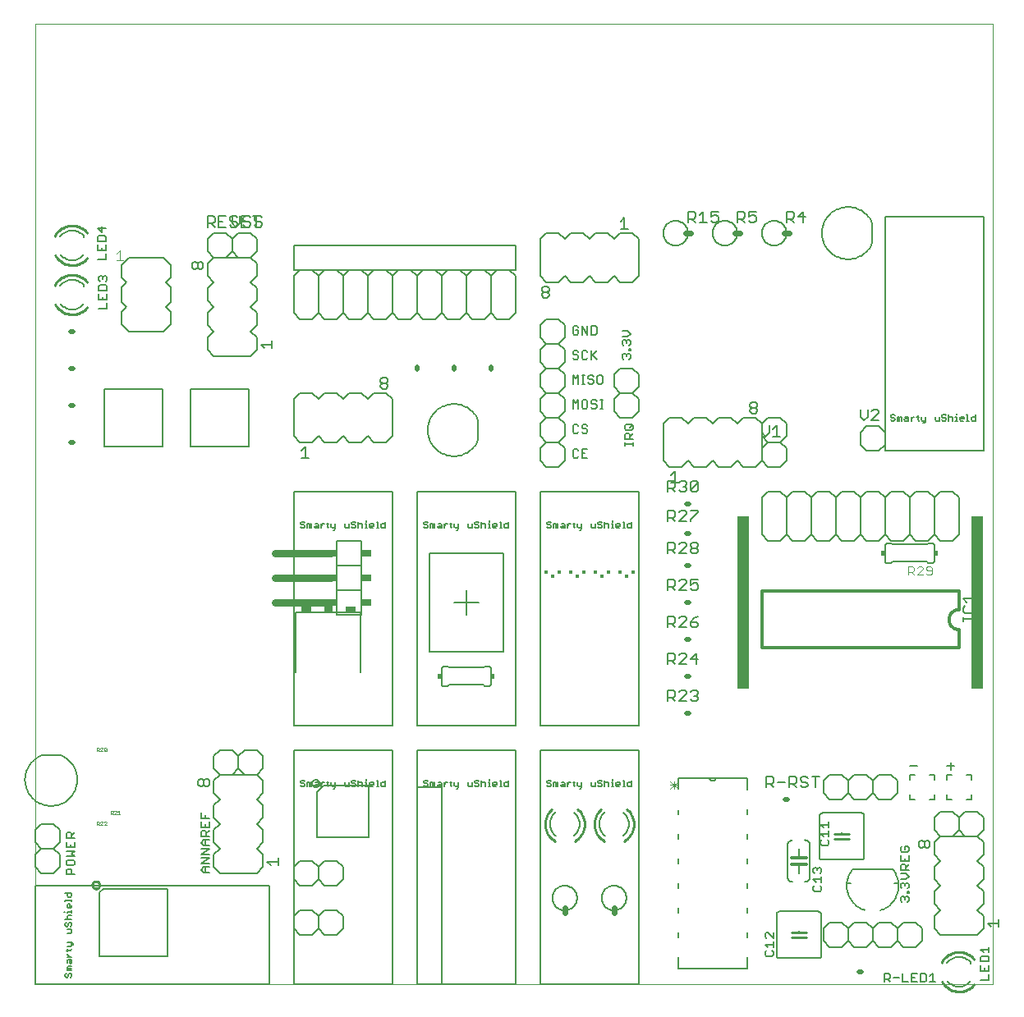
<source format=gto>
G75*
%MOIN*%
%OFA0B0*%
%FSLAX24Y24*%
%IPPOS*%
%LPD*%
%AMOC8*
5,1,8,0,0,1.08239X$1,22.5*
%
%ADD10C,0.0000*%
%ADD11C,0.0060*%
%ADD12C,0.0100*%
%ADD13C,0.0050*%
%ADD14C,0.0200*%
%ADD15C,0.0030*%
%ADD16C,0.0120*%
%ADD17R,0.0150X0.0200*%
%ADD18R,0.0500X0.7000*%
%ADD19C,0.0240*%
%ADD20R,0.0128X0.0167*%
%ADD21R,0.0138X0.0138*%
%ADD22C,0.0010*%
%ADD23C,0.0040*%
%ADD24R,0.0449X0.0236*%
%ADD25R,0.0346X0.0394*%
%ADD26C,0.0300*%
%ADD27R,0.0200X0.0300*%
%ADD28R,0.0400X0.0300*%
D10*
X000535Y000450D02*
X000535Y039446D01*
X039405Y039446D01*
X039405Y000450D01*
X000535Y000450D01*
D11*
X003155Y001570D02*
X003155Y004190D01*
X003295Y004330D01*
X005915Y004330D01*
X005915Y001570D01*
X003155Y001570D01*
X002135Y004900D02*
X001795Y004900D01*
X001795Y005070D01*
X001851Y005127D01*
X001965Y005127D01*
X002022Y005070D01*
X002022Y004900D01*
X002078Y005268D02*
X001851Y005268D01*
X001795Y005325D01*
X001795Y005438D01*
X001851Y005495D01*
X002078Y005495D01*
X002135Y005438D01*
X002135Y005325D01*
X002078Y005268D01*
X002135Y005637D02*
X001795Y005637D01*
X001795Y005863D02*
X002135Y005863D01*
X002022Y005750D01*
X002135Y005637D01*
X002135Y006005D02*
X001795Y006005D01*
X001795Y006232D01*
X001795Y006373D02*
X001795Y006543D01*
X001851Y006600D01*
X001965Y006600D01*
X002022Y006543D01*
X002022Y006373D01*
X002135Y006373D02*
X001795Y006373D01*
X002022Y006487D02*
X002135Y006600D01*
X002135Y006232D02*
X002135Y006005D01*
X001965Y006005D02*
X001965Y006118D01*
X001535Y006200D02*
X001535Y006700D01*
X001285Y006950D01*
X000785Y006950D01*
X000535Y006700D01*
X000535Y006200D01*
X000785Y005950D01*
X001285Y005950D01*
X001535Y006200D01*
X001285Y005950D02*
X001535Y005700D01*
X001535Y005200D01*
X001285Y004950D01*
X000785Y004950D01*
X000535Y005200D01*
X000535Y005700D01*
X000785Y005950D01*
X007265Y005943D02*
X007605Y005943D01*
X007265Y005717D01*
X007605Y005717D01*
X007605Y005575D02*
X007265Y005575D01*
X007265Y005348D02*
X007605Y005575D01*
X007785Y005700D02*
X008035Y005950D01*
X007785Y006200D01*
X007785Y006700D01*
X008035Y006950D01*
X007785Y007200D01*
X007785Y007700D01*
X008035Y007950D01*
X007785Y008200D01*
X007785Y008700D01*
X008035Y008950D01*
X008535Y008950D01*
X008785Y009200D01*
X009035Y008950D01*
X009535Y008950D01*
X009785Y009200D01*
X009785Y009700D01*
X009535Y009950D01*
X009035Y009950D01*
X008785Y009700D01*
X008785Y009200D01*
X008785Y009700D01*
X008535Y009950D01*
X008035Y009950D01*
X007785Y009700D01*
X007785Y009200D01*
X008035Y008950D01*
X009535Y008950D01*
X009785Y008700D01*
X009785Y008200D01*
X009535Y007950D01*
X009785Y007700D01*
X009785Y007200D01*
X009535Y006950D01*
X009785Y006700D01*
X009785Y006200D01*
X009535Y005950D01*
X009785Y005700D01*
X009785Y005200D01*
X009535Y004950D01*
X008035Y004950D01*
X007785Y005200D01*
X007785Y005700D01*
X007605Y005348D02*
X007265Y005348D01*
X007378Y005207D02*
X007605Y005207D01*
X007435Y005207D02*
X007435Y004980D01*
X007378Y004980D02*
X007265Y005093D01*
X007378Y005207D01*
X007378Y004980D02*
X007605Y004980D01*
X007605Y006085D02*
X007378Y006085D01*
X007265Y006198D01*
X007378Y006312D01*
X007605Y006312D01*
X007605Y006453D02*
X007265Y006453D01*
X007265Y006623D01*
X007321Y006680D01*
X007435Y006680D01*
X007492Y006623D01*
X007492Y006453D01*
X007492Y006567D02*
X007605Y006680D01*
X007605Y006822D02*
X007265Y006822D01*
X007265Y007048D01*
X007265Y007190D02*
X007265Y007417D01*
X007435Y007303D02*
X007435Y007190D01*
X007605Y007190D02*
X007265Y007190D01*
X007435Y006935D02*
X007435Y006822D01*
X007605Y006822D02*
X007605Y007048D01*
X007435Y006312D02*
X007435Y006085D01*
X011035Y005200D02*
X011035Y004700D01*
X011285Y004450D01*
X011785Y004450D01*
X012035Y004700D01*
X012035Y005200D01*
X011785Y005450D01*
X011285Y005450D01*
X011035Y005200D01*
X012035Y005200D02*
X012285Y005450D01*
X012785Y005450D01*
X013035Y005200D01*
X013035Y004700D01*
X012785Y004450D01*
X012285Y004450D01*
X012035Y004700D01*
X011785Y003450D02*
X011285Y003450D01*
X011035Y003200D01*
X011035Y002700D01*
X011285Y002450D01*
X011785Y002450D01*
X012035Y002700D01*
X012285Y002450D01*
X012785Y002450D01*
X013035Y002700D01*
X013035Y003200D01*
X012785Y003450D01*
X012285Y003450D01*
X012035Y003200D01*
X012035Y002700D01*
X012035Y003200D02*
X011785Y003450D01*
X017135Y012550D02*
X017285Y012550D01*
X017335Y012600D01*
X018735Y012600D01*
X018785Y012550D01*
X018935Y012550D01*
X018952Y012552D01*
X018969Y012556D01*
X018985Y012563D01*
X018999Y012573D01*
X019012Y012586D01*
X019022Y012600D01*
X019029Y012616D01*
X019033Y012633D01*
X019035Y012650D01*
X019035Y013250D01*
X019033Y013267D01*
X019029Y013284D01*
X019022Y013300D01*
X019012Y013314D01*
X018999Y013327D01*
X018985Y013337D01*
X018969Y013344D01*
X018952Y013348D01*
X018935Y013350D01*
X018785Y013350D01*
X018735Y013300D01*
X017335Y013300D01*
X017285Y013350D01*
X017135Y013350D01*
X017118Y013348D01*
X017101Y013344D01*
X017085Y013337D01*
X017071Y013327D01*
X017058Y013314D01*
X017048Y013300D01*
X017041Y013284D01*
X017037Y013267D01*
X017035Y013250D01*
X017035Y012650D01*
X017037Y012633D01*
X017041Y012616D01*
X017048Y012600D01*
X017058Y012586D01*
X017071Y012573D01*
X017085Y012563D01*
X017101Y012556D01*
X017118Y012552D01*
X017135Y012550D01*
X013760Y013115D02*
X013760Y015563D01*
X011110Y015563D01*
X011110Y013115D01*
X012785Y015450D02*
X013785Y015450D01*
X013785Y016450D01*
X013785Y017450D01*
X013785Y018450D01*
X012785Y018450D01*
X012785Y017450D01*
X012785Y016450D01*
X012785Y015450D01*
X012785Y016450D02*
X013785Y016450D01*
X013785Y017450D02*
X012785Y017450D01*
X012785Y022450D02*
X012285Y022450D01*
X012035Y022700D01*
X011785Y022450D01*
X011285Y022450D01*
X011035Y022700D01*
X011035Y024200D01*
X011285Y024450D01*
X011785Y024450D01*
X012035Y024200D01*
X012285Y024450D01*
X012785Y024450D01*
X013035Y024200D01*
X013285Y024450D01*
X013785Y024450D01*
X014035Y024200D01*
X014285Y024450D01*
X014785Y024450D01*
X015035Y024200D01*
X015035Y022700D01*
X014785Y022450D01*
X014285Y022450D01*
X014035Y022700D01*
X013785Y022450D01*
X013285Y022450D01*
X013035Y022700D01*
X012785Y022450D01*
X009285Y025950D02*
X009535Y026200D01*
X009535Y026700D01*
X009285Y026950D01*
X009535Y027200D01*
X009535Y027700D01*
X009285Y027950D01*
X009535Y028200D01*
X009535Y028700D01*
X009285Y028950D01*
X009535Y029200D01*
X009535Y029700D01*
X009285Y029950D01*
X008785Y029950D01*
X008535Y030200D01*
X008535Y030700D01*
X008785Y030950D01*
X009285Y030950D01*
X009535Y030700D01*
X009535Y030200D01*
X009285Y029950D01*
X007785Y029950D01*
X008285Y029950D01*
X008535Y030200D01*
X008535Y030700D01*
X008285Y030950D01*
X007785Y030950D01*
X007535Y030700D01*
X007535Y030200D01*
X007785Y029950D01*
X007535Y029700D01*
X007535Y029200D01*
X007785Y028950D01*
X007535Y028700D01*
X007535Y028200D01*
X007785Y027950D01*
X007535Y027700D01*
X007535Y027200D01*
X007785Y026950D01*
X007535Y026700D01*
X007535Y026200D01*
X007785Y025950D01*
X009285Y025950D01*
X011035Y027700D02*
X011035Y029200D01*
X011285Y029450D01*
X011785Y029450D01*
X012035Y029200D01*
X012035Y027700D01*
X012285Y027450D01*
X012785Y027450D01*
X013035Y027700D01*
X013035Y029200D01*
X013285Y029450D01*
X013785Y029450D01*
X014035Y029200D01*
X014035Y027700D01*
X014285Y027450D01*
X014785Y027450D01*
X015035Y027700D01*
X015035Y029200D01*
X015285Y029450D01*
X015785Y029450D01*
X016035Y029200D01*
X016035Y027700D01*
X016285Y027450D01*
X016785Y027450D01*
X017035Y027700D01*
X017035Y029200D01*
X017285Y029450D01*
X017785Y029450D01*
X018035Y029200D01*
X018035Y027700D01*
X017785Y027450D01*
X017285Y027450D01*
X017035Y027700D01*
X016035Y027700D02*
X015785Y027450D01*
X015285Y027450D01*
X015035Y027700D01*
X014035Y027700D02*
X013785Y027450D01*
X013285Y027450D01*
X013035Y027700D01*
X012035Y027700D02*
X011785Y027450D01*
X011285Y027450D01*
X011035Y027700D01*
X012035Y029200D02*
X012285Y029450D01*
X012785Y029450D01*
X013035Y029200D01*
X014035Y029200D02*
X014285Y029450D01*
X014785Y029450D01*
X015035Y029200D01*
X016035Y029200D02*
X016285Y029450D01*
X016785Y029450D01*
X017035Y029200D01*
X018035Y029200D02*
X018285Y029450D01*
X018785Y029450D01*
X019035Y029200D01*
X019285Y029450D01*
X019785Y029450D01*
X020035Y029200D01*
X020035Y027700D01*
X019785Y027450D01*
X019285Y027450D01*
X019035Y027700D01*
X019035Y029200D01*
X019035Y027700D02*
X018785Y027450D01*
X018285Y027450D01*
X018035Y027700D01*
X021035Y027200D02*
X021035Y026700D01*
X021285Y026450D01*
X021035Y026200D01*
X021035Y025700D01*
X021285Y025450D01*
X021785Y025450D01*
X022035Y025700D01*
X022035Y026200D01*
X021785Y026450D01*
X021285Y026450D01*
X021785Y026450D02*
X022035Y026700D01*
X022035Y027200D01*
X021785Y027450D01*
X021285Y027450D01*
X021035Y027200D01*
X022365Y027114D02*
X022365Y026887D01*
X022422Y026830D01*
X022535Y026830D01*
X022592Y026887D01*
X022592Y027000D01*
X022479Y027000D01*
X022592Y027114D02*
X022535Y027170D01*
X022422Y027170D01*
X022365Y027114D01*
X022733Y027170D02*
X022733Y026830D01*
X022960Y026830D02*
X022733Y027170D01*
X022960Y027170D02*
X022960Y026830D01*
X023102Y026830D02*
X023272Y026830D01*
X023329Y026887D01*
X023329Y027114D01*
X023272Y027170D01*
X023102Y027170D01*
X023102Y026830D01*
X023102Y026170D02*
X023102Y025830D01*
X023102Y025943D02*
X023329Y026170D01*
X023158Y026000D02*
X023329Y025830D01*
X022960Y025887D02*
X022904Y025830D01*
X022790Y025830D01*
X022733Y025887D01*
X022733Y026114D01*
X022790Y026170D01*
X022904Y026170D01*
X022960Y026114D01*
X022592Y026114D02*
X022535Y026170D01*
X022422Y026170D01*
X022365Y026114D01*
X022365Y026057D01*
X022422Y026000D01*
X022535Y026000D01*
X022592Y025943D01*
X022592Y025887D01*
X022535Y025830D01*
X022422Y025830D01*
X022365Y025887D01*
X021785Y025450D02*
X022035Y025200D01*
X022035Y024700D01*
X021785Y024450D01*
X022035Y024200D01*
X022035Y023700D01*
X021785Y023450D01*
X022035Y023200D01*
X022035Y022700D01*
X021785Y022450D01*
X022035Y022200D01*
X022035Y021700D01*
X021785Y021450D01*
X021285Y021450D01*
X021035Y021700D01*
X021035Y022200D01*
X021285Y022450D01*
X021035Y022700D01*
X021035Y023200D01*
X021285Y023450D01*
X021035Y023700D01*
X021035Y024200D01*
X021285Y024450D01*
X021035Y024700D01*
X021035Y025200D01*
X021285Y025450D01*
X022365Y025170D02*
X022365Y024830D01*
X022592Y024830D02*
X022592Y025170D01*
X022479Y025057D01*
X022365Y025170D01*
X022733Y025170D02*
X022847Y025170D01*
X022790Y025170D02*
X022790Y024830D01*
X022733Y024830D02*
X022847Y024830D01*
X022979Y024887D02*
X023036Y024830D01*
X023149Y024830D01*
X023206Y024887D01*
X023206Y024943D01*
X023149Y025000D01*
X023036Y025000D01*
X022979Y025057D01*
X022979Y025114D01*
X023036Y025170D01*
X023149Y025170D01*
X023206Y025114D01*
X023347Y025114D02*
X023347Y024887D01*
X023404Y024830D01*
X023517Y024830D01*
X023574Y024887D01*
X023574Y025114D01*
X023517Y025170D01*
X023404Y025170D01*
X023347Y025114D01*
X024035Y025200D02*
X024035Y024700D01*
X024285Y024450D01*
X024785Y024450D01*
X025035Y024700D01*
X025035Y025200D01*
X024785Y025450D01*
X024285Y025450D01*
X024035Y025200D01*
X024421Y025830D02*
X024365Y025887D01*
X024365Y026000D01*
X024421Y026057D01*
X024478Y026057D01*
X024535Y026000D01*
X024592Y026057D01*
X024648Y026057D01*
X024705Y026000D01*
X024705Y025887D01*
X024648Y025830D01*
X024535Y025943D02*
X024535Y026000D01*
X024648Y026198D02*
X024648Y026255D01*
X024705Y026255D01*
X024705Y026198D01*
X024648Y026198D01*
X024648Y026382D02*
X024705Y026439D01*
X024705Y026553D01*
X024648Y026609D01*
X024592Y026609D01*
X024535Y026553D01*
X024535Y026496D01*
X024535Y026553D02*
X024478Y026609D01*
X024421Y026609D01*
X024365Y026553D01*
X024365Y026439D01*
X024421Y026382D01*
X024365Y026751D02*
X024592Y026751D01*
X024705Y026864D01*
X024592Y026978D01*
X024365Y026978D01*
X024285Y028950D02*
X024035Y029200D01*
X023785Y028950D01*
X023285Y028950D01*
X023035Y029200D01*
X022785Y028950D01*
X022285Y028950D01*
X022035Y029200D01*
X021785Y028950D01*
X021285Y028950D01*
X021035Y029200D01*
X021035Y030700D01*
X021285Y030950D01*
X021785Y030950D01*
X022035Y030700D01*
X022285Y030950D01*
X022785Y030950D01*
X023035Y030700D01*
X023285Y030950D01*
X023785Y030950D01*
X024035Y030700D01*
X024285Y030950D01*
X024785Y030950D01*
X025035Y030700D01*
X025035Y029200D01*
X024785Y028950D01*
X024285Y028950D01*
X026035Y030950D02*
X026037Y030994D01*
X026043Y031038D01*
X026053Y031081D01*
X026066Y031123D01*
X026083Y031164D01*
X026104Y031203D01*
X026128Y031240D01*
X026155Y031275D01*
X026185Y031307D01*
X026218Y031337D01*
X026254Y031363D01*
X026291Y031387D01*
X026331Y031406D01*
X026372Y031423D01*
X026415Y031435D01*
X026458Y031444D01*
X026502Y031449D01*
X026546Y031450D01*
X026590Y031447D01*
X026634Y031440D01*
X026677Y031429D01*
X026719Y031415D01*
X026759Y031397D01*
X026798Y031375D01*
X026834Y031351D01*
X026868Y031323D01*
X026900Y031292D01*
X026929Y031258D01*
X026955Y031222D01*
X026977Y031184D01*
X026996Y031144D01*
X027011Y031102D01*
X027023Y031060D01*
X027031Y031016D01*
X027035Y030972D01*
X027035Y030928D01*
X027031Y030884D01*
X027023Y030840D01*
X027011Y030798D01*
X026996Y030756D01*
X026977Y030716D01*
X026955Y030678D01*
X026929Y030642D01*
X026900Y030608D01*
X026868Y030577D01*
X026834Y030549D01*
X026798Y030525D01*
X026759Y030503D01*
X026719Y030485D01*
X026677Y030471D01*
X026634Y030460D01*
X026590Y030453D01*
X026546Y030450D01*
X026502Y030451D01*
X026458Y030456D01*
X026415Y030465D01*
X026372Y030477D01*
X026331Y030494D01*
X026291Y030513D01*
X026254Y030537D01*
X026218Y030563D01*
X026185Y030593D01*
X026155Y030625D01*
X026128Y030660D01*
X026104Y030697D01*
X026083Y030736D01*
X026066Y030777D01*
X026053Y030819D01*
X026043Y030862D01*
X026037Y030906D01*
X026035Y030950D01*
X028035Y030950D02*
X028037Y030994D01*
X028043Y031038D01*
X028053Y031081D01*
X028066Y031123D01*
X028083Y031164D01*
X028104Y031203D01*
X028128Y031240D01*
X028155Y031275D01*
X028185Y031307D01*
X028218Y031337D01*
X028254Y031363D01*
X028291Y031387D01*
X028331Y031406D01*
X028372Y031423D01*
X028415Y031435D01*
X028458Y031444D01*
X028502Y031449D01*
X028546Y031450D01*
X028590Y031447D01*
X028634Y031440D01*
X028677Y031429D01*
X028719Y031415D01*
X028759Y031397D01*
X028798Y031375D01*
X028834Y031351D01*
X028868Y031323D01*
X028900Y031292D01*
X028929Y031258D01*
X028955Y031222D01*
X028977Y031184D01*
X028996Y031144D01*
X029011Y031102D01*
X029023Y031060D01*
X029031Y031016D01*
X029035Y030972D01*
X029035Y030928D01*
X029031Y030884D01*
X029023Y030840D01*
X029011Y030798D01*
X028996Y030756D01*
X028977Y030716D01*
X028955Y030678D01*
X028929Y030642D01*
X028900Y030608D01*
X028868Y030577D01*
X028834Y030549D01*
X028798Y030525D01*
X028759Y030503D01*
X028719Y030485D01*
X028677Y030471D01*
X028634Y030460D01*
X028590Y030453D01*
X028546Y030450D01*
X028502Y030451D01*
X028458Y030456D01*
X028415Y030465D01*
X028372Y030477D01*
X028331Y030494D01*
X028291Y030513D01*
X028254Y030537D01*
X028218Y030563D01*
X028185Y030593D01*
X028155Y030625D01*
X028128Y030660D01*
X028104Y030697D01*
X028083Y030736D01*
X028066Y030777D01*
X028053Y030819D01*
X028043Y030862D01*
X028037Y030906D01*
X028035Y030950D01*
X030035Y030950D02*
X030037Y030994D01*
X030043Y031038D01*
X030053Y031081D01*
X030066Y031123D01*
X030083Y031164D01*
X030104Y031203D01*
X030128Y031240D01*
X030155Y031275D01*
X030185Y031307D01*
X030218Y031337D01*
X030254Y031363D01*
X030291Y031387D01*
X030331Y031406D01*
X030372Y031423D01*
X030415Y031435D01*
X030458Y031444D01*
X030502Y031449D01*
X030546Y031450D01*
X030590Y031447D01*
X030634Y031440D01*
X030677Y031429D01*
X030719Y031415D01*
X030759Y031397D01*
X030798Y031375D01*
X030834Y031351D01*
X030868Y031323D01*
X030900Y031292D01*
X030929Y031258D01*
X030955Y031222D01*
X030977Y031184D01*
X030996Y031144D01*
X031011Y031102D01*
X031023Y031060D01*
X031031Y031016D01*
X031035Y030972D01*
X031035Y030928D01*
X031031Y030884D01*
X031023Y030840D01*
X031011Y030798D01*
X030996Y030756D01*
X030977Y030716D01*
X030955Y030678D01*
X030929Y030642D01*
X030900Y030608D01*
X030868Y030577D01*
X030834Y030549D01*
X030798Y030525D01*
X030759Y030503D01*
X030719Y030485D01*
X030677Y030471D01*
X030634Y030460D01*
X030590Y030453D01*
X030546Y030450D01*
X030502Y030451D01*
X030458Y030456D01*
X030415Y030465D01*
X030372Y030477D01*
X030331Y030494D01*
X030291Y030513D01*
X030254Y030537D01*
X030218Y030563D01*
X030185Y030593D01*
X030155Y030625D01*
X030128Y030660D01*
X030104Y030697D01*
X030083Y030736D01*
X030066Y030777D01*
X030053Y030819D01*
X030043Y030862D01*
X030037Y030906D01*
X030035Y030950D01*
X024785Y024450D02*
X025035Y024200D01*
X025035Y023700D01*
X024785Y023450D01*
X024285Y023450D01*
X024035Y023700D01*
X024035Y024200D01*
X024285Y024450D01*
X023583Y024170D02*
X023470Y024170D01*
X023527Y024170D02*
X023527Y023830D01*
X023583Y023830D02*
X023470Y023830D01*
X023329Y023887D02*
X023272Y023830D01*
X023158Y023830D01*
X023102Y023887D01*
X023158Y024000D02*
X023272Y024000D01*
X023329Y023943D01*
X023329Y023887D01*
X023158Y024000D02*
X023102Y024057D01*
X023102Y024114D01*
X023158Y024170D01*
X023272Y024170D01*
X023329Y024114D01*
X022960Y024114D02*
X022904Y024170D01*
X022790Y024170D01*
X022733Y024114D01*
X022733Y023887D01*
X022790Y023830D01*
X022904Y023830D01*
X022960Y023887D01*
X022960Y024114D01*
X022592Y024170D02*
X022592Y023830D01*
X022365Y023830D02*
X022365Y024170D01*
X022479Y024057D01*
X022592Y024170D01*
X021785Y024450D02*
X021285Y024450D01*
X021285Y023450D02*
X021785Y023450D01*
X022365Y023114D02*
X022365Y022887D01*
X022422Y022830D01*
X022535Y022830D01*
X022592Y022887D01*
X022733Y022887D02*
X022790Y022830D01*
X022904Y022830D01*
X022960Y022887D01*
X022960Y022943D01*
X022904Y023000D01*
X022790Y023000D01*
X022733Y023057D01*
X022733Y023114D01*
X022790Y023170D01*
X022904Y023170D01*
X022960Y023114D01*
X022592Y023114D02*
X022535Y023170D01*
X022422Y023170D01*
X022365Y023114D01*
X021785Y022450D02*
X021285Y022450D01*
X022365Y022114D02*
X022365Y021887D01*
X022422Y021830D01*
X022535Y021830D01*
X022592Y021887D01*
X022733Y021830D02*
X022960Y021830D01*
X022847Y022000D02*
X022733Y022000D01*
X022733Y022170D02*
X022733Y021830D01*
X022592Y022114D02*
X022535Y022170D01*
X022422Y022170D01*
X022365Y022114D01*
X022733Y022170D02*
X022960Y022170D01*
X024465Y022330D02*
X024465Y022443D01*
X024465Y022387D02*
X024805Y022387D01*
X024805Y022443D02*
X024805Y022330D01*
X024805Y022576D02*
X024465Y022576D01*
X024465Y022746D01*
X024521Y022802D01*
X024635Y022802D01*
X024692Y022746D01*
X024692Y022576D01*
X024692Y022689D02*
X024805Y022802D01*
X024748Y022944D02*
X024805Y023001D01*
X024805Y023114D01*
X024748Y023171D01*
X024521Y023171D01*
X024465Y023114D01*
X024465Y023001D01*
X024521Y022944D01*
X024748Y022944D01*
X024692Y023057D02*
X024805Y023171D01*
X026035Y023200D02*
X026035Y021700D01*
X026285Y021450D01*
X026785Y021450D01*
X027035Y021700D01*
X027285Y021450D01*
X027785Y021450D01*
X028035Y021700D01*
X028285Y021450D01*
X028785Y021450D01*
X029035Y021700D01*
X029285Y021450D01*
X029785Y021450D01*
X030035Y021700D01*
X030285Y021450D01*
X030785Y021450D01*
X031035Y021700D01*
X031035Y022200D01*
X030785Y022450D01*
X030285Y022450D01*
X030035Y022200D01*
X030035Y021700D01*
X030035Y023200D01*
X030285Y023450D01*
X030785Y023450D01*
X031035Y023200D01*
X031035Y022700D01*
X030785Y022450D01*
X030285Y022450D01*
X030035Y022700D01*
X030035Y023200D01*
X029785Y023450D01*
X029285Y023450D01*
X029035Y023200D01*
X028785Y023450D01*
X028285Y023450D01*
X028035Y023200D01*
X027785Y023450D01*
X027285Y023450D01*
X027035Y023200D01*
X026785Y023450D01*
X026285Y023450D01*
X026035Y023200D01*
X030035Y020200D02*
X030285Y020450D01*
X030785Y020450D01*
X031035Y020200D01*
X031035Y018700D01*
X031285Y018450D01*
X031785Y018450D01*
X032035Y018700D01*
X032035Y020200D01*
X032285Y020450D01*
X032785Y020450D01*
X033035Y020200D01*
X033035Y018700D01*
X033285Y018450D01*
X033785Y018450D01*
X034035Y018700D01*
X034035Y020200D01*
X034285Y020450D01*
X034785Y020450D01*
X035035Y020200D01*
X035035Y018700D01*
X035285Y018450D01*
X035785Y018450D01*
X036035Y018700D01*
X036035Y020200D01*
X036285Y020450D01*
X036785Y020450D01*
X037035Y020200D01*
X037285Y020450D01*
X037785Y020450D01*
X038035Y020200D01*
X038035Y018700D01*
X037785Y018450D01*
X037285Y018450D01*
X037035Y018700D01*
X037035Y020200D01*
X036035Y020200D02*
X035785Y020450D01*
X035285Y020450D01*
X035035Y020200D01*
X034035Y020200D02*
X033785Y020450D01*
X033285Y020450D01*
X033035Y020200D01*
X032035Y020200D02*
X031785Y020450D01*
X031285Y020450D01*
X031035Y020200D01*
X030035Y020200D02*
X030035Y018700D01*
X030285Y018450D01*
X030785Y018450D01*
X031035Y018700D01*
X032035Y018700D02*
X032285Y018450D01*
X032785Y018450D01*
X033035Y018700D01*
X034035Y018700D02*
X034285Y018450D01*
X034785Y018450D01*
X035035Y018700D01*
X035135Y018350D02*
X035285Y018350D01*
X035335Y018300D01*
X036735Y018300D01*
X036785Y018350D01*
X036935Y018350D01*
X036952Y018348D01*
X036969Y018344D01*
X036985Y018337D01*
X036999Y018327D01*
X037012Y018314D01*
X037022Y018300D01*
X037029Y018284D01*
X037033Y018267D01*
X037035Y018250D01*
X037035Y017650D01*
X037033Y017633D01*
X037029Y017616D01*
X037022Y017600D01*
X037012Y017586D01*
X036999Y017573D01*
X036985Y017563D01*
X036969Y017556D01*
X036952Y017552D01*
X036935Y017550D01*
X036785Y017550D01*
X036735Y017600D01*
X035335Y017600D01*
X035285Y017550D01*
X035135Y017550D01*
X035118Y017552D01*
X035101Y017556D01*
X035085Y017563D01*
X035071Y017573D01*
X035058Y017586D01*
X035048Y017600D01*
X035041Y017616D01*
X035037Y017633D01*
X035035Y017650D01*
X035035Y018250D01*
X035037Y018267D01*
X035041Y018284D01*
X035048Y018300D01*
X035058Y018314D01*
X035071Y018327D01*
X035085Y018337D01*
X035101Y018344D01*
X035118Y018348D01*
X035135Y018350D01*
X036035Y018700D02*
X036285Y018450D01*
X036785Y018450D01*
X037035Y018700D01*
X034785Y022100D02*
X034285Y022100D01*
X034035Y022350D01*
X034035Y022850D01*
X034285Y023100D01*
X034785Y023100D01*
X035035Y022850D01*
X035035Y022350D01*
X034785Y022100D01*
X034785Y008950D02*
X035285Y008950D01*
X035535Y008700D01*
X035535Y008200D01*
X035285Y007950D01*
X034785Y007950D01*
X034535Y008200D01*
X034285Y007950D01*
X033785Y007950D01*
X033535Y008200D01*
X033285Y007950D01*
X032785Y007950D01*
X032535Y008200D01*
X032535Y008700D01*
X032785Y008950D01*
X033285Y008950D01*
X033535Y008700D01*
X033785Y008950D01*
X034285Y008950D01*
X034535Y008700D01*
X034785Y008950D01*
X034535Y008700D02*
X034535Y008200D01*
X034085Y007400D02*
X032485Y007400D01*
X032468Y007398D01*
X032451Y007394D01*
X032435Y007387D01*
X032421Y007377D01*
X032408Y007364D01*
X032398Y007350D01*
X032391Y007334D01*
X032387Y007317D01*
X032385Y007300D01*
X032385Y005600D01*
X032387Y005583D01*
X032391Y005566D01*
X032398Y005550D01*
X032408Y005536D01*
X032421Y005523D01*
X032435Y005513D01*
X032451Y005506D01*
X032468Y005502D01*
X032485Y005500D01*
X034085Y005500D01*
X034102Y005502D01*
X034119Y005506D01*
X034135Y005513D01*
X034149Y005523D01*
X034162Y005536D01*
X034172Y005550D01*
X034179Y005566D01*
X034183Y005583D01*
X034185Y005600D01*
X034185Y007300D01*
X034183Y007317D01*
X034179Y007334D01*
X034172Y007350D01*
X034162Y007364D01*
X034149Y007377D01*
X034135Y007387D01*
X034119Y007394D01*
X034102Y007398D01*
X034085Y007400D01*
X033535Y008200D02*
X033535Y008700D01*
X032755Y007043D02*
X032755Y006817D01*
X032755Y006930D02*
X032415Y006930D01*
X032528Y006817D01*
X032755Y006675D02*
X032755Y006448D01*
X032755Y006562D02*
X032415Y006562D01*
X032528Y006448D01*
X032471Y006307D02*
X032415Y006250D01*
X032415Y006137D01*
X032471Y006080D01*
X032698Y006080D01*
X032755Y006137D01*
X032755Y006250D01*
X032698Y006307D01*
X033285Y006300D02*
X033285Y006350D01*
X033285Y006550D02*
X033285Y006600D01*
X032398Y005189D02*
X032342Y005189D01*
X032285Y005132D01*
X032285Y005075D01*
X032285Y005132D02*
X032228Y005189D01*
X032171Y005189D01*
X032115Y005132D01*
X032115Y005018D01*
X032171Y004962D01*
X032398Y004962D02*
X032455Y005018D01*
X032455Y005132D01*
X032398Y005189D01*
X032455Y004820D02*
X032455Y004593D01*
X032455Y004707D02*
X032115Y004707D01*
X032228Y004593D01*
X032171Y004452D02*
X032115Y004395D01*
X032115Y004282D01*
X032171Y004225D01*
X032398Y004225D01*
X032455Y004282D01*
X032455Y004395D01*
X032398Y004452D01*
X031985Y004800D02*
X031985Y006100D01*
X031983Y006126D01*
X031978Y006152D01*
X031970Y006177D01*
X031958Y006200D01*
X031944Y006222D01*
X031926Y006241D01*
X031907Y006259D01*
X031885Y006273D01*
X031862Y006285D01*
X031837Y006293D01*
X031811Y006298D01*
X031785Y006300D01*
X031535Y005950D02*
X031535Y005570D01*
X031535Y005320D02*
X031535Y004950D01*
X031285Y004600D02*
X031259Y004602D01*
X031233Y004607D01*
X031208Y004615D01*
X031185Y004627D01*
X031163Y004641D01*
X031144Y004659D01*
X031126Y004678D01*
X031112Y004700D01*
X031100Y004723D01*
X031092Y004748D01*
X031087Y004774D01*
X031085Y004800D01*
X031085Y006100D01*
X031087Y006126D01*
X031092Y006152D01*
X031100Y006177D01*
X031112Y006200D01*
X031126Y006222D01*
X031144Y006241D01*
X031163Y006259D01*
X031185Y006273D01*
X031208Y006285D01*
X031233Y006293D01*
X031259Y006298D01*
X031285Y006300D01*
X031985Y004800D02*
X031983Y004774D01*
X031978Y004748D01*
X031970Y004723D01*
X031958Y004700D01*
X031944Y004678D01*
X031926Y004659D01*
X031907Y004641D01*
X031885Y004627D01*
X031862Y004615D01*
X031837Y004607D01*
X031811Y004602D01*
X031785Y004600D01*
X032335Y003400D02*
X030735Y003400D01*
X030718Y003398D01*
X030701Y003394D01*
X030685Y003387D01*
X030671Y003377D01*
X030658Y003364D01*
X030648Y003350D01*
X030641Y003334D01*
X030637Y003317D01*
X030635Y003300D01*
X030635Y001600D01*
X030637Y001583D01*
X030641Y001566D01*
X030648Y001550D01*
X030658Y001536D01*
X030671Y001523D01*
X030685Y001513D01*
X030701Y001506D01*
X030718Y001502D01*
X030735Y001500D01*
X032335Y001500D01*
X032352Y001502D01*
X032369Y001506D01*
X032385Y001513D01*
X032399Y001523D01*
X032412Y001536D01*
X032422Y001550D01*
X032429Y001566D01*
X032433Y001583D01*
X032435Y001600D01*
X032435Y003300D01*
X032433Y003317D01*
X032429Y003334D01*
X032422Y003350D01*
X032412Y003364D01*
X032399Y003377D01*
X032385Y003387D01*
X032369Y003394D01*
X032352Y003398D01*
X032335Y003400D01*
X032785Y002950D02*
X032535Y002700D01*
X032535Y002200D01*
X032785Y001950D01*
X033285Y001950D01*
X033535Y002200D01*
X033785Y001950D01*
X034285Y001950D01*
X034535Y002200D01*
X034535Y002700D01*
X034285Y002950D01*
X033785Y002950D01*
X033535Y002700D01*
X033535Y002200D01*
X033535Y002700D02*
X033285Y002950D01*
X032785Y002950D01*
X031535Y002600D02*
X031535Y002550D01*
X031535Y002350D02*
X031535Y002300D01*
X030505Y002317D02*
X030278Y002543D01*
X030221Y002543D01*
X030165Y002487D01*
X030165Y002373D01*
X030221Y002317D01*
X030165Y002062D02*
X030505Y002062D01*
X030505Y002175D02*
X030505Y001948D01*
X030448Y001807D02*
X030505Y001750D01*
X030505Y001637D01*
X030448Y001580D01*
X030221Y001580D01*
X030165Y001637D01*
X030165Y001750D01*
X030221Y001807D01*
X030278Y001948D02*
X030165Y002062D01*
X030505Y002317D02*
X030505Y002543D01*
X029435Y002540D02*
X029435Y002360D01*
X029435Y001540D02*
X029435Y001070D01*
X026635Y001070D01*
X026635Y001540D01*
X026635Y002360D02*
X026635Y002540D01*
X026635Y003360D02*
X026635Y003540D01*
X026635Y004360D02*
X026635Y004540D01*
X026635Y005360D02*
X026635Y005540D01*
X026635Y006360D02*
X026635Y006540D01*
X026635Y007360D02*
X026635Y007520D01*
X026635Y008380D02*
X026635Y008830D01*
X027915Y008830D01*
X028155Y008830D01*
X029435Y008830D01*
X029435Y008360D01*
X029435Y007540D02*
X029435Y007360D01*
X029435Y006540D02*
X029435Y006360D01*
X029435Y005540D02*
X029435Y005360D01*
X029435Y004540D02*
X029435Y004360D01*
X029435Y003540D02*
X029435Y003360D01*
X033490Y004550D02*
X033648Y004550D01*
X033710Y005100D02*
X035360Y005100D01*
X035665Y005075D02*
X035665Y005245D01*
X035721Y005302D01*
X035835Y005302D01*
X035892Y005245D01*
X035892Y005075D01*
X036005Y005075D02*
X035665Y005075D01*
X035665Y004934D02*
X035892Y004934D01*
X036005Y004820D01*
X035892Y004707D01*
X035665Y004707D01*
X035721Y004565D02*
X035778Y004565D01*
X035835Y004509D01*
X035892Y004565D01*
X035948Y004565D01*
X036005Y004509D01*
X036005Y004395D01*
X035948Y004338D01*
X035948Y004211D02*
X036005Y004211D01*
X036005Y004154D01*
X035948Y004154D01*
X035948Y004211D01*
X035948Y004013D02*
X036005Y003956D01*
X036005Y003843D01*
X035948Y003786D01*
X035835Y003899D02*
X035835Y003956D01*
X035892Y004013D01*
X035948Y004013D01*
X035835Y003956D02*
X035778Y004013D01*
X035721Y004013D01*
X035665Y003956D01*
X035665Y003843D01*
X035721Y003786D01*
X035721Y004338D02*
X035665Y004395D01*
X035665Y004509D01*
X035721Y004565D01*
X035835Y004509D02*
X035835Y004452D01*
X035580Y004550D02*
X035422Y004550D01*
X035892Y005188D02*
X036005Y005302D01*
X036005Y005443D02*
X036005Y005670D01*
X035948Y005812D02*
X036005Y005868D01*
X036005Y005982D01*
X035948Y006039D01*
X035835Y006039D01*
X035835Y005925D01*
X035948Y005812D02*
X035721Y005812D01*
X035665Y005868D01*
X035665Y005982D01*
X035721Y006039D01*
X035665Y005670D02*
X035665Y005443D01*
X036005Y005443D01*
X035835Y005443D02*
X035835Y005557D01*
X037035Y005700D02*
X037285Y005450D01*
X037035Y005200D01*
X037035Y004700D01*
X037285Y004450D01*
X037035Y004200D01*
X037035Y003700D01*
X037285Y003450D01*
X037035Y003200D01*
X037035Y002700D01*
X037285Y002450D01*
X038785Y002450D01*
X039035Y002700D01*
X039035Y003200D01*
X038785Y003450D01*
X039035Y003700D01*
X039035Y004200D01*
X038785Y004450D01*
X039035Y004700D01*
X039035Y005200D01*
X038785Y005450D01*
X039035Y005700D01*
X039035Y006200D01*
X038785Y006450D01*
X038285Y006450D01*
X038035Y006700D01*
X038035Y007200D01*
X038285Y007450D01*
X038785Y007450D01*
X039035Y007200D01*
X039035Y006700D01*
X038785Y006450D01*
X037285Y006450D01*
X037785Y006450D01*
X038035Y006700D01*
X038035Y007200D01*
X037785Y007450D01*
X037285Y007450D01*
X037035Y007200D01*
X037035Y006700D01*
X037285Y006450D01*
X037035Y006200D01*
X037035Y005700D01*
X037035Y007950D02*
X037035Y008150D01*
X037035Y007950D02*
X036835Y007950D01*
X037535Y007950D02*
X037735Y007950D01*
X037535Y007950D02*
X037535Y008150D01*
X037535Y008750D02*
X037535Y008950D01*
X037735Y008950D01*
X038335Y008950D02*
X038535Y008950D01*
X038535Y008750D01*
X038535Y008150D02*
X038535Y007950D01*
X038335Y007950D01*
X037035Y008750D02*
X037035Y008950D01*
X036835Y008950D01*
X036235Y008950D02*
X036035Y008950D01*
X036035Y008750D01*
X036035Y008150D02*
X036035Y007950D01*
X036235Y007950D01*
X035360Y005100D02*
X035397Y005049D01*
X035432Y004996D01*
X035464Y004940D01*
X035492Y004883D01*
X035516Y004824D01*
X035537Y004764D01*
X035554Y004703D01*
X035568Y004641D01*
X035577Y004578D01*
X035583Y004515D01*
X035585Y004451D01*
X035583Y004387D01*
X035577Y004324D01*
X035568Y004261D01*
X035555Y004199D01*
X035537Y004138D01*
X035517Y004078D01*
X035492Y004019D01*
X035464Y003962D01*
X035433Y003906D01*
X035399Y003853D01*
X035361Y003802D01*
X035320Y003753D01*
X035276Y003707D01*
X035230Y003663D01*
X035181Y003622D01*
X035130Y003585D01*
X035076Y003550D01*
X035021Y003519D01*
X034964Y003491D01*
X034905Y003467D01*
X034845Y003447D01*
X034785Y002950D02*
X035285Y002950D01*
X035535Y002700D01*
X035785Y002950D01*
X036285Y002950D01*
X036535Y002700D01*
X036535Y002200D01*
X036285Y001950D01*
X035785Y001950D01*
X035535Y002200D01*
X035285Y001950D01*
X034785Y001950D01*
X034535Y002200D01*
X034535Y002700D02*
X034785Y002950D01*
X035535Y002700D02*
X035535Y002200D01*
X035752Y000880D02*
X035752Y000540D01*
X035979Y000540D01*
X036120Y000540D02*
X036120Y000880D01*
X036347Y000880D01*
X036488Y000880D02*
X036488Y000540D01*
X036659Y000540D01*
X036715Y000597D01*
X036715Y000824D01*
X036659Y000880D01*
X036488Y000880D01*
X036234Y000710D02*
X036120Y000710D01*
X036120Y000540D02*
X036347Y000540D01*
X035610Y000710D02*
X035383Y000710D01*
X035242Y000710D02*
X035185Y000653D01*
X035015Y000653D01*
X035015Y000540D02*
X035015Y000880D01*
X035185Y000880D01*
X035242Y000824D01*
X035242Y000710D01*
X035129Y000653D02*
X035242Y000540D01*
X036857Y000540D02*
X037084Y000540D01*
X036970Y000540D02*
X036970Y000880D01*
X036857Y000767D01*
X038035Y001550D02*
X038082Y001548D01*
X038130Y001542D01*
X038176Y001533D01*
X038222Y001520D01*
X038266Y001504D01*
X038310Y001483D01*
X038351Y001460D01*
X038390Y001434D01*
X038427Y001404D01*
X038462Y001371D01*
X038494Y001336D01*
X038523Y001299D01*
X038915Y001367D02*
X038915Y001537D01*
X038971Y001593D01*
X039198Y001593D01*
X039255Y001537D01*
X039255Y001367D01*
X038915Y001367D01*
X038915Y001225D02*
X038915Y000998D01*
X039255Y000998D01*
X039255Y001225D01*
X039085Y001112D02*
X039085Y000998D01*
X039255Y000857D02*
X039255Y000630D01*
X038915Y000630D01*
X038035Y000350D02*
X037990Y000352D01*
X037944Y000357D01*
X037900Y000365D01*
X037856Y000377D01*
X037813Y000393D01*
X037771Y000411D01*
X037731Y000433D01*
X037693Y000457D01*
X037657Y000484D01*
X037622Y000514D01*
X037591Y000547D01*
X037561Y000582D01*
X038035Y000350D02*
X038080Y000352D01*
X038126Y000357D01*
X038170Y000365D01*
X038214Y000377D01*
X038257Y000393D01*
X038299Y000411D01*
X038339Y000433D01*
X038377Y000457D01*
X038413Y000484D01*
X038448Y000514D01*
X038479Y000547D01*
X038509Y000582D01*
X038035Y001550D02*
X037989Y001548D01*
X037943Y001543D01*
X037897Y001534D01*
X037852Y001522D01*
X037809Y001506D01*
X037767Y001487D01*
X037726Y001464D01*
X037687Y001439D01*
X037651Y001411D01*
X037616Y001380D01*
X037584Y001346D01*
X037555Y001310D01*
X038915Y001848D02*
X039255Y001848D01*
X039255Y001735D02*
X039255Y001962D01*
X039028Y001735D02*
X038915Y001848D01*
X034225Y003447D02*
X034165Y003467D01*
X034106Y003491D01*
X034049Y003519D01*
X033994Y003550D01*
X033940Y003585D01*
X033889Y003622D01*
X033840Y003663D01*
X033794Y003707D01*
X033750Y003753D01*
X033709Y003802D01*
X033671Y003853D01*
X033637Y003906D01*
X033605Y003962D01*
X033578Y004019D01*
X033553Y004078D01*
X033533Y004138D01*
X033515Y004199D01*
X033502Y004261D01*
X033493Y004324D01*
X033487Y004387D01*
X033485Y004451D01*
X033487Y004515D01*
X033493Y004578D01*
X033502Y004641D01*
X033516Y004703D01*
X033533Y004764D01*
X033554Y004824D01*
X033578Y004883D01*
X033606Y004940D01*
X033638Y004996D01*
X033673Y005049D01*
X033710Y005100D01*
X028155Y008830D02*
X028153Y008809D01*
X028148Y008789D01*
X028139Y008770D01*
X028127Y008753D01*
X028112Y008738D01*
X028095Y008726D01*
X028076Y008717D01*
X028056Y008712D01*
X028035Y008710D01*
X028014Y008712D01*
X027994Y008717D01*
X027975Y008726D01*
X027958Y008738D01*
X027943Y008753D01*
X027931Y008770D01*
X027922Y008789D01*
X027917Y008809D01*
X027915Y008830D01*
X024635Y006950D02*
X024633Y006905D01*
X024628Y006859D01*
X024620Y006815D01*
X024608Y006771D01*
X024592Y006728D01*
X024574Y006686D01*
X024552Y006646D01*
X024528Y006608D01*
X024501Y006572D01*
X024471Y006537D01*
X024438Y006506D01*
X024403Y006476D01*
X023435Y006950D02*
X023437Y006997D01*
X023443Y007045D01*
X023452Y007091D01*
X023465Y007137D01*
X023481Y007181D01*
X023502Y007225D01*
X023525Y007266D01*
X023551Y007305D01*
X023581Y007342D01*
X023614Y007377D01*
X023649Y007409D01*
X023686Y007438D01*
X023435Y006950D02*
X023437Y006904D01*
X023442Y006858D01*
X023451Y006812D01*
X023463Y006767D01*
X023479Y006724D01*
X023498Y006682D01*
X023521Y006641D01*
X023546Y006602D01*
X023574Y006566D01*
X023605Y006531D01*
X023639Y006499D01*
X023675Y006470D01*
X024635Y006950D02*
X024633Y006995D01*
X024628Y007041D01*
X024620Y007085D01*
X024608Y007129D01*
X024592Y007172D01*
X024574Y007214D01*
X024552Y007254D01*
X024528Y007292D01*
X024501Y007328D01*
X024471Y007363D01*
X024438Y007394D01*
X024403Y007424D01*
X021675Y006470D02*
X021639Y006499D01*
X021605Y006531D01*
X021574Y006566D01*
X021546Y006602D01*
X021521Y006641D01*
X021498Y006682D01*
X021479Y006724D01*
X021463Y006767D01*
X021451Y006812D01*
X021442Y006858D01*
X021437Y006904D01*
X021435Y006950D01*
X022403Y006476D02*
X022438Y006506D01*
X022471Y006537D01*
X022501Y006572D01*
X022528Y006608D01*
X022552Y006646D01*
X022574Y006686D01*
X022592Y006728D01*
X022608Y006771D01*
X022620Y006815D01*
X022628Y006859D01*
X022633Y006905D01*
X022635Y006950D01*
X021686Y007438D02*
X021649Y007409D01*
X021614Y007377D01*
X021581Y007342D01*
X021551Y007305D01*
X021525Y007266D01*
X021502Y007225D01*
X021481Y007181D01*
X021465Y007137D01*
X021452Y007091D01*
X021443Y007045D01*
X021437Y006997D01*
X021435Y006950D01*
X022403Y007424D02*
X022438Y007394D01*
X022471Y007363D01*
X022501Y007328D01*
X022528Y007292D01*
X022552Y007254D01*
X022574Y007214D01*
X022592Y007172D01*
X022608Y007129D01*
X022620Y007085D01*
X022628Y007041D01*
X022633Y006995D01*
X022635Y006950D01*
X021535Y003950D02*
X021537Y003994D01*
X021543Y004038D01*
X021553Y004081D01*
X021566Y004123D01*
X021583Y004164D01*
X021604Y004203D01*
X021628Y004240D01*
X021655Y004275D01*
X021685Y004307D01*
X021718Y004337D01*
X021754Y004363D01*
X021791Y004387D01*
X021831Y004406D01*
X021872Y004423D01*
X021915Y004435D01*
X021958Y004444D01*
X022002Y004449D01*
X022046Y004450D01*
X022090Y004447D01*
X022134Y004440D01*
X022177Y004429D01*
X022219Y004415D01*
X022259Y004397D01*
X022298Y004375D01*
X022334Y004351D01*
X022368Y004323D01*
X022400Y004292D01*
X022429Y004258D01*
X022455Y004222D01*
X022477Y004184D01*
X022496Y004144D01*
X022511Y004102D01*
X022523Y004060D01*
X022531Y004016D01*
X022535Y003972D01*
X022535Y003928D01*
X022531Y003884D01*
X022523Y003840D01*
X022511Y003798D01*
X022496Y003756D01*
X022477Y003716D01*
X022455Y003678D01*
X022429Y003642D01*
X022400Y003608D01*
X022368Y003577D01*
X022334Y003549D01*
X022298Y003525D01*
X022259Y003503D01*
X022219Y003485D01*
X022177Y003471D01*
X022134Y003460D01*
X022090Y003453D01*
X022046Y003450D01*
X022002Y003451D01*
X021958Y003456D01*
X021915Y003465D01*
X021872Y003477D01*
X021831Y003494D01*
X021791Y003513D01*
X021754Y003537D01*
X021718Y003563D01*
X021685Y003593D01*
X021655Y003625D01*
X021628Y003660D01*
X021604Y003697D01*
X021583Y003736D01*
X021566Y003777D01*
X021553Y003819D01*
X021543Y003862D01*
X021537Y003906D01*
X021535Y003950D01*
X023535Y003950D02*
X023537Y003994D01*
X023543Y004038D01*
X023553Y004081D01*
X023566Y004123D01*
X023583Y004164D01*
X023604Y004203D01*
X023628Y004240D01*
X023655Y004275D01*
X023685Y004307D01*
X023718Y004337D01*
X023754Y004363D01*
X023791Y004387D01*
X023831Y004406D01*
X023872Y004423D01*
X023915Y004435D01*
X023958Y004444D01*
X024002Y004449D01*
X024046Y004450D01*
X024090Y004447D01*
X024134Y004440D01*
X024177Y004429D01*
X024219Y004415D01*
X024259Y004397D01*
X024298Y004375D01*
X024334Y004351D01*
X024368Y004323D01*
X024400Y004292D01*
X024429Y004258D01*
X024455Y004222D01*
X024477Y004184D01*
X024496Y004144D01*
X024511Y004102D01*
X024523Y004060D01*
X024531Y004016D01*
X024535Y003972D01*
X024535Y003928D01*
X024531Y003884D01*
X024523Y003840D01*
X024511Y003798D01*
X024496Y003756D01*
X024477Y003716D01*
X024455Y003678D01*
X024429Y003642D01*
X024400Y003608D01*
X024368Y003577D01*
X024334Y003549D01*
X024298Y003525D01*
X024259Y003503D01*
X024219Y003485D01*
X024177Y003471D01*
X024134Y003460D01*
X024090Y003453D01*
X024046Y003450D01*
X024002Y003451D01*
X023958Y003456D01*
X023915Y003465D01*
X023872Y003477D01*
X023831Y003494D01*
X023791Y003513D01*
X023754Y003537D01*
X023718Y003563D01*
X023685Y003593D01*
X023655Y003625D01*
X023628Y003660D01*
X023604Y003697D01*
X023583Y003736D01*
X023566Y003777D01*
X023553Y003819D01*
X023543Y003862D01*
X023537Y003906D01*
X023535Y003950D01*
X003455Y027880D02*
X003115Y027880D01*
X003455Y027880D02*
X003455Y028107D01*
X003455Y028248D02*
X003455Y028475D01*
X003455Y028617D02*
X003455Y028787D01*
X003398Y028843D01*
X003171Y028843D01*
X003115Y028787D01*
X003115Y028617D01*
X003455Y028617D01*
X003285Y028362D02*
X003285Y028248D01*
X003115Y028248D02*
X003455Y028248D01*
X003115Y028248D02*
X003115Y028475D01*
X003171Y028985D02*
X003115Y029042D01*
X003115Y029155D01*
X003171Y029212D01*
X003228Y029212D01*
X003285Y029155D01*
X003342Y029212D01*
X003398Y029212D01*
X003455Y029155D01*
X003455Y029042D01*
X003398Y028985D01*
X003285Y029098D02*
X003285Y029155D01*
X003405Y029880D02*
X003065Y029880D01*
X003405Y029880D02*
X003405Y030107D01*
X003405Y030248D02*
X003405Y030475D01*
X003405Y030617D02*
X003405Y030787D01*
X003348Y030843D01*
X003121Y030843D01*
X003065Y030787D01*
X003065Y030617D01*
X003405Y030617D01*
X003235Y030362D02*
X003235Y030248D01*
X003065Y030248D02*
X003405Y030248D01*
X003065Y030248D02*
X003065Y030475D01*
X003235Y030985D02*
X003065Y031155D01*
X003405Y031155D01*
X003235Y031212D02*
X003235Y030985D01*
X002035Y029850D02*
X001990Y029852D01*
X001944Y029857D01*
X001900Y029865D01*
X001856Y029877D01*
X001813Y029893D01*
X001771Y029911D01*
X001731Y029933D01*
X001693Y029957D01*
X001657Y029984D01*
X001622Y030014D01*
X001591Y030047D01*
X001561Y030082D01*
X002035Y031050D02*
X002082Y031048D01*
X002130Y031042D01*
X002176Y031033D01*
X002222Y031020D01*
X002266Y031004D01*
X002310Y030983D01*
X002351Y030960D01*
X002390Y030934D01*
X002427Y030904D01*
X002462Y030871D01*
X002494Y030836D01*
X002523Y030799D01*
X002035Y031050D02*
X001989Y031048D01*
X001943Y031043D01*
X001897Y031034D01*
X001852Y031022D01*
X001809Y031006D01*
X001767Y030987D01*
X001726Y030964D01*
X001687Y030939D01*
X001651Y030911D01*
X001616Y030880D01*
X001584Y030846D01*
X001555Y030810D01*
X002035Y029850D02*
X002080Y029852D01*
X002126Y029857D01*
X002170Y029865D01*
X002214Y029877D01*
X002257Y029893D01*
X002299Y029911D01*
X002339Y029933D01*
X002377Y029957D01*
X002413Y029984D01*
X002448Y030014D01*
X002479Y030047D01*
X002509Y030082D01*
X001561Y028082D02*
X001591Y028047D01*
X001622Y028014D01*
X001657Y027984D01*
X001693Y027957D01*
X001731Y027933D01*
X001771Y027911D01*
X001813Y027893D01*
X001856Y027877D01*
X001900Y027865D01*
X001944Y027857D01*
X001990Y027852D01*
X002035Y027850D01*
X001555Y028810D02*
X001584Y028846D01*
X001616Y028880D01*
X001651Y028911D01*
X001687Y028939D01*
X001726Y028964D01*
X001767Y028987D01*
X001809Y029006D01*
X001852Y029022D01*
X001897Y029034D01*
X001943Y029043D01*
X001989Y029048D01*
X002035Y029050D01*
X002509Y028082D02*
X002479Y028047D01*
X002448Y028014D01*
X002413Y027984D01*
X002377Y027957D01*
X002339Y027933D01*
X002299Y027911D01*
X002257Y027893D01*
X002214Y027877D01*
X002170Y027865D01*
X002126Y027857D01*
X002080Y027852D01*
X002035Y027850D01*
X002523Y028799D02*
X002494Y028836D01*
X002462Y028871D01*
X002427Y028904D01*
X002390Y028934D01*
X002351Y028960D01*
X002310Y028983D01*
X002266Y029004D01*
X002222Y029020D01*
X002176Y029033D01*
X002130Y029042D01*
X002082Y029048D01*
X002035Y029050D01*
D12*
X001340Y028053D02*
X001370Y028005D01*
X001403Y027960D01*
X001439Y027917D01*
X001477Y027876D01*
X001519Y027839D01*
X001563Y027804D01*
X001609Y027773D01*
X001658Y027744D01*
X001708Y027720D01*
X001760Y027699D01*
X001814Y027681D01*
X001868Y027668D01*
X001923Y027658D01*
X001979Y027652D01*
X002035Y027650D01*
X001329Y028826D02*
X001356Y028873D01*
X001386Y028918D01*
X001419Y028961D01*
X001455Y029001D01*
X001494Y029039D01*
X001535Y029074D01*
X001578Y029107D01*
X001623Y029136D01*
X001671Y029162D01*
X001720Y029185D01*
X001770Y029205D01*
X001821Y029221D01*
X001874Y029234D01*
X001927Y029243D01*
X001981Y029248D01*
X002035Y029250D01*
X002646Y027933D02*
X002610Y027894D01*
X002571Y027856D01*
X002531Y027822D01*
X002488Y027790D01*
X002443Y027762D01*
X002396Y027736D01*
X002347Y027713D01*
X002297Y027694D01*
X002246Y027678D01*
X002194Y027666D01*
X002142Y027657D01*
X002088Y027652D01*
X002035Y027650D01*
X002650Y028962D02*
X002614Y029002D01*
X002575Y029040D01*
X002534Y029075D01*
X002491Y029107D01*
X002446Y029137D01*
X002399Y029163D01*
X002350Y029185D01*
X002299Y029205D01*
X002248Y029221D01*
X002196Y029234D01*
X002142Y029243D01*
X002089Y029248D01*
X002035Y029250D01*
X001329Y030826D02*
X001356Y030873D01*
X001386Y030918D01*
X001419Y030961D01*
X001455Y031001D01*
X001494Y031039D01*
X001535Y031074D01*
X001578Y031107D01*
X001623Y031136D01*
X001671Y031162D01*
X001720Y031185D01*
X001770Y031205D01*
X001821Y031221D01*
X001874Y031234D01*
X001927Y031243D01*
X001981Y031248D01*
X002035Y031250D01*
X001340Y030053D02*
X001370Y030005D01*
X001403Y029960D01*
X001439Y029917D01*
X001477Y029876D01*
X001519Y029839D01*
X001563Y029804D01*
X001609Y029773D01*
X001658Y029744D01*
X001708Y029720D01*
X001760Y029699D01*
X001814Y029681D01*
X001868Y029668D01*
X001923Y029658D01*
X001979Y029652D01*
X002035Y029650D01*
X002088Y029652D01*
X002142Y029657D01*
X002194Y029666D01*
X002246Y029678D01*
X002297Y029694D01*
X002347Y029713D01*
X002396Y029736D01*
X002443Y029762D01*
X002488Y029790D01*
X002531Y029822D01*
X002571Y029856D01*
X002610Y029894D01*
X002646Y029933D01*
X002650Y030962D02*
X002614Y031002D01*
X002575Y031040D01*
X002534Y031075D01*
X002491Y031107D01*
X002446Y031137D01*
X002399Y031163D01*
X002350Y031185D01*
X002299Y031205D01*
X002248Y031221D01*
X002196Y031234D01*
X002142Y031243D01*
X002089Y031248D01*
X002035Y031250D01*
X021235Y006950D02*
X021237Y006896D01*
X021242Y006842D01*
X021251Y006789D01*
X021264Y006736D01*
X021280Y006685D01*
X021300Y006635D01*
X021323Y006586D01*
X021349Y006538D01*
X021378Y006493D01*
X021411Y006450D01*
X021446Y006409D01*
X021484Y006370D01*
X021524Y006334D01*
X021567Y006301D01*
X021612Y006271D01*
X021659Y006244D01*
X022432Y006255D02*
X022480Y006285D01*
X022525Y006318D01*
X022568Y006354D01*
X022609Y006392D01*
X022646Y006434D01*
X022681Y006478D01*
X022712Y006524D01*
X022741Y006573D01*
X022765Y006623D01*
X022786Y006675D01*
X022804Y006729D01*
X022817Y006783D01*
X022827Y006838D01*
X022833Y006894D01*
X022835Y006950D01*
X022833Y007003D01*
X022828Y007057D01*
X022819Y007109D01*
X022807Y007161D01*
X022791Y007212D01*
X022772Y007262D01*
X022749Y007311D01*
X022723Y007358D01*
X022695Y007403D01*
X022663Y007446D01*
X022629Y007486D01*
X022591Y007525D01*
X022552Y007561D01*
X021523Y007565D02*
X021483Y007529D01*
X021445Y007490D01*
X021410Y007449D01*
X021378Y007406D01*
X021348Y007361D01*
X021322Y007314D01*
X021300Y007265D01*
X021280Y007214D01*
X021264Y007163D01*
X021251Y007111D01*
X021242Y007057D01*
X021237Y007004D01*
X021235Y006950D01*
X024432Y006255D02*
X024480Y006285D01*
X024525Y006318D01*
X024568Y006354D01*
X024609Y006392D01*
X024646Y006434D01*
X024681Y006478D01*
X024712Y006524D01*
X024741Y006573D01*
X024765Y006623D01*
X024786Y006675D01*
X024804Y006729D01*
X024817Y006783D01*
X024827Y006838D01*
X024833Y006894D01*
X024835Y006950D01*
X023659Y006244D02*
X023612Y006271D01*
X023567Y006301D01*
X023524Y006334D01*
X023484Y006370D01*
X023446Y006409D01*
X023411Y006450D01*
X023378Y006493D01*
X023349Y006538D01*
X023323Y006586D01*
X023300Y006635D01*
X023280Y006685D01*
X023264Y006736D01*
X023251Y006789D01*
X023242Y006842D01*
X023237Y006896D01*
X023235Y006950D01*
X024552Y007561D02*
X024591Y007525D01*
X024629Y007486D01*
X024663Y007446D01*
X024695Y007403D01*
X024723Y007358D01*
X024749Y007311D01*
X024772Y007262D01*
X024791Y007212D01*
X024807Y007161D01*
X024819Y007109D01*
X024828Y007057D01*
X024833Y007003D01*
X024835Y006950D01*
X023523Y007565D02*
X023483Y007529D01*
X023445Y007490D01*
X023410Y007449D01*
X023378Y007406D01*
X023348Y007361D01*
X023322Y007314D01*
X023300Y007265D01*
X023280Y007214D01*
X023264Y007163D01*
X023251Y007111D01*
X023242Y007057D01*
X023237Y007004D01*
X023235Y006950D01*
X031235Y002550D02*
X031535Y002550D01*
X031835Y002550D01*
X031835Y002350D02*
X031535Y002350D01*
X031235Y002350D01*
X032985Y006350D02*
X033285Y006350D01*
X033585Y006350D01*
X033585Y006550D02*
X033285Y006550D01*
X032985Y006550D01*
X037340Y000553D02*
X037370Y000505D01*
X037403Y000460D01*
X037439Y000417D01*
X037477Y000376D01*
X037519Y000339D01*
X037563Y000304D01*
X037609Y000273D01*
X037658Y000244D01*
X037708Y000220D01*
X037760Y000199D01*
X037814Y000181D01*
X037868Y000168D01*
X037923Y000158D01*
X037979Y000152D01*
X038035Y000150D01*
X037329Y001326D02*
X037356Y001373D01*
X037386Y001418D01*
X037419Y001461D01*
X037455Y001501D01*
X037494Y001539D01*
X037535Y001574D01*
X037578Y001607D01*
X037623Y001636D01*
X037671Y001662D01*
X037720Y001685D01*
X037770Y001705D01*
X037821Y001721D01*
X037874Y001734D01*
X037927Y001743D01*
X037981Y001748D01*
X038035Y001750D01*
X038646Y000433D02*
X038610Y000394D01*
X038571Y000356D01*
X038531Y000322D01*
X038488Y000290D01*
X038443Y000262D01*
X038396Y000236D01*
X038347Y000213D01*
X038297Y000194D01*
X038246Y000178D01*
X038194Y000166D01*
X038142Y000157D01*
X038088Y000152D01*
X038035Y000150D01*
X038650Y001462D02*
X038614Y001502D01*
X038575Y001540D01*
X038534Y001575D01*
X038491Y001607D01*
X038446Y001637D01*
X038399Y001663D01*
X038350Y001685D01*
X038299Y001705D01*
X038248Y001721D01*
X038196Y001734D01*
X038142Y001743D01*
X038089Y001748D01*
X038035Y001750D01*
X002855Y004480D02*
X002857Y004504D01*
X002863Y004528D01*
X002872Y004550D01*
X002885Y004570D01*
X002901Y004588D01*
X002920Y004603D01*
X002941Y004616D01*
X002963Y004624D01*
X002987Y004629D01*
X003011Y004630D01*
X003035Y004627D01*
X003058Y004620D01*
X003080Y004610D01*
X003100Y004596D01*
X003117Y004579D01*
X003132Y004560D01*
X003143Y004539D01*
X003151Y004516D01*
X003155Y004492D01*
X003155Y004468D01*
X003151Y004444D01*
X003143Y004421D01*
X003132Y004400D01*
X003117Y004381D01*
X003100Y004364D01*
X003080Y004350D01*
X003058Y004340D01*
X003035Y004333D01*
X003011Y004330D01*
X002987Y004331D01*
X002963Y004336D01*
X002941Y004344D01*
X002920Y004357D01*
X002901Y004372D01*
X002885Y004390D01*
X002872Y004410D01*
X002863Y004432D01*
X002857Y004456D01*
X002855Y004480D01*
D13*
X000535Y000450D02*
X010035Y000450D01*
X010035Y004450D01*
X000535Y004450D01*
X000535Y000450D01*
X001760Y000767D02*
X001802Y000725D01*
X001843Y000725D01*
X001885Y000767D01*
X001885Y000850D01*
X001927Y000892D01*
X001968Y000892D01*
X002010Y000850D01*
X002010Y000767D01*
X001968Y000725D01*
X001760Y000767D02*
X001760Y000850D01*
X001802Y000892D01*
X001843Y001001D02*
X001843Y001043D01*
X001885Y001085D01*
X001843Y001126D01*
X001885Y001168D01*
X002010Y001168D01*
X002010Y001085D02*
X001885Y001085D01*
X001843Y001001D02*
X002010Y001001D01*
X001968Y001277D02*
X001927Y001319D01*
X001927Y001444D01*
X001885Y001444D02*
X002010Y001444D01*
X002010Y001319D01*
X001968Y001277D01*
X001843Y001319D02*
X001843Y001403D01*
X001885Y001444D01*
X001927Y001554D02*
X001843Y001637D01*
X001843Y001679D01*
X001843Y001784D02*
X001843Y001867D01*
X001802Y001826D02*
X001968Y001826D01*
X002010Y001867D01*
X001968Y001968D02*
X002010Y002010D01*
X002010Y002135D01*
X002052Y002135D02*
X002093Y002093D01*
X002093Y002051D01*
X002052Y002135D02*
X001843Y002135D01*
X001843Y001968D02*
X001968Y001968D01*
X002010Y001554D02*
X001843Y001554D01*
X001843Y002521D02*
X001968Y002521D01*
X002010Y002562D01*
X002010Y002687D01*
X001843Y002687D01*
X001843Y002797D02*
X001885Y002838D01*
X001885Y002922D01*
X001927Y002964D01*
X001968Y002964D01*
X002010Y002922D01*
X002010Y002838D01*
X001968Y002797D01*
X001843Y002797D02*
X001802Y002797D01*
X001760Y002838D01*
X001760Y002922D01*
X001802Y002964D01*
X001760Y003073D02*
X002010Y003073D01*
X001885Y003073D02*
X001843Y003115D01*
X001843Y003198D01*
X001885Y003240D01*
X002010Y003240D01*
X002010Y003349D02*
X002010Y003433D01*
X002010Y003391D02*
X001843Y003391D01*
X001843Y003349D01*
X001760Y003391D02*
X001718Y003391D01*
X001885Y003533D02*
X001843Y003575D01*
X001843Y003658D01*
X001885Y003700D01*
X001927Y003700D01*
X001927Y003533D01*
X001968Y003533D02*
X001885Y003533D01*
X001968Y003533D02*
X002010Y003575D01*
X002010Y003658D01*
X002010Y003810D02*
X002010Y003893D01*
X002010Y003851D02*
X001760Y003851D01*
X001760Y003810D01*
X001885Y003994D02*
X001843Y004035D01*
X001843Y004161D01*
X001760Y004161D02*
X002010Y004161D01*
X002010Y004035D01*
X001968Y003994D01*
X001885Y003994D01*
X001579Y009734D02*
X001638Y009708D01*
X001695Y009679D01*
X001750Y009647D01*
X001804Y009611D01*
X001855Y009572D01*
X001903Y009529D01*
X001949Y009484D01*
X001992Y009437D01*
X002033Y009387D01*
X002070Y009334D01*
X002103Y009279D01*
X002134Y009223D01*
X002161Y009164D01*
X002184Y009104D01*
X002204Y009043D01*
X002220Y008981D01*
X002232Y008917D01*
X002240Y008854D01*
X002244Y008790D01*
X002245Y008725D01*
X002241Y008661D01*
X002234Y008597D01*
X002223Y008534D01*
X002208Y008471D01*
X002189Y008410D01*
X002166Y008349D01*
X002140Y008291D01*
X002111Y008234D01*
X002078Y008178D01*
X002041Y008125D01*
X002002Y008075D01*
X001959Y008026D01*
X001914Y007981D01*
X001866Y007938D01*
X001816Y007898D01*
X001763Y007861D01*
X001708Y007828D01*
X001651Y007798D01*
X001592Y007771D01*
X001532Y007748D01*
X001471Y007729D01*
X001408Y007714D01*
X001345Y007702D01*
X001281Y007694D01*
X001217Y007690D01*
X001153Y007690D01*
X001089Y007694D01*
X001025Y007702D01*
X000962Y007714D01*
X000899Y007729D01*
X000838Y007748D01*
X000778Y007771D01*
X000719Y007798D01*
X000662Y007828D01*
X000607Y007861D01*
X000554Y007898D01*
X000504Y007938D01*
X000456Y007981D01*
X000411Y008026D01*
X000368Y008075D01*
X000329Y008125D01*
X000292Y008178D01*
X000259Y008234D01*
X000230Y008291D01*
X000204Y008349D01*
X000181Y008410D01*
X000162Y008471D01*
X000147Y008534D01*
X000136Y008597D01*
X000129Y008661D01*
X000125Y008725D01*
X000126Y008790D01*
X000130Y008854D01*
X000138Y008917D01*
X000150Y008981D01*
X000166Y009043D01*
X000186Y009104D01*
X000209Y009164D01*
X000236Y009223D01*
X000267Y009279D01*
X000300Y009334D01*
X000337Y009387D01*
X000378Y009437D01*
X000421Y009484D01*
X000467Y009529D01*
X000515Y009572D01*
X000566Y009611D01*
X000620Y009647D01*
X000675Y009679D01*
X000732Y009708D01*
X000791Y009734D01*
X001579Y009734D01*
X007160Y008700D02*
X007160Y008550D01*
X007235Y008475D01*
X007310Y008475D01*
X007385Y008550D01*
X007385Y008700D01*
X007460Y008775D01*
X007535Y008775D01*
X007610Y008700D01*
X007610Y008550D01*
X007535Y008475D01*
X007460Y008475D01*
X007385Y008550D01*
X007385Y008700D02*
X007310Y008775D01*
X007235Y008775D01*
X007160Y008700D01*
X009960Y005425D02*
X010410Y005425D01*
X010410Y005275D02*
X010410Y005575D01*
X010110Y005275D02*
X009960Y005425D01*
X011985Y006400D02*
X011985Y008250D01*
X012235Y008500D01*
X014085Y008500D01*
X014085Y006400D01*
X011985Y006400D01*
X012029Y008475D02*
X011904Y008475D01*
X011863Y008517D01*
X011904Y008558D01*
X012029Y008558D01*
X012029Y008600D02*
X012029Y008475D01*
X012139Y008475D02*
X012139Y008642D01*
X012222Y008642D02*
X012264Y008642D01*
X012222Y008642D02*
X012139Y008558D01*
X012029Y008600D02*
X011988Y008642D01*
X011904Y008642D01*
X011785Y008600D02*
X011787Y008624D01*
X011793Y008648D01*
X011802Y008670D01*
X011815Y008690D01*
X011831Y008708D01*
X011850Y008723D01*
X011871Y008736D01*
X011893Y008744D01*
X011917Y008749D01*
X011941Y008750D01*
X011965Y008747D01*
X011988Y008740D01*
X012010Y008730D01*
X012030Y008716D01*
X012047Y008699D01*
X012062Y008680D01*
X012073Y008659D01*
X012081Y008636D01*
X012085Y008612D01*
X012085Y008588D01*
X012081Y008564D01*
X012073Y008541D01*
X012062Y008520D01*
X012047Y008501D01*
X012030Y008484D01*
X012010Y008470D01*
X011988Y008460D01*
X011965Y008453D01*
X011941Y008450D01*
X011917Y008451D01*
X011893Y008456D01*
X011871Y008464D01*
X011850Y008477D01*
X011831Y008492D01*
X011815Y008510D01*
X011802Y008530D01*
X011793Y008552D01*
X011787Y008576D01*
X011785Y008600D01*
X011753Y008600D02*
X011753Y008475D01*
X011670Y008475D02*
X011670Y008600D01*
X011711Y008642D01*
X011753Y008600D01*
X011670Y008600D02*
X011628Y008642D01*
X011586Y008642D01*
X011586Y008475D01*
X011477Y008517D02*
X011435Y008475D01*
X011352Y008475D01*
X011310Y008517D01*
X011352Y008600D02*
X011435Y008600D01*
X011477Y008558D01*
X011477Y008517D01*
X011352Y008600D02*
X011310Y008642D01*
X011310Y008684D01*
X011352Y008725D01*
X011435Y008725D01*
X011477Y008684D01*
X012369Y008642D02*
X012452Y008642D01*
X012411Y008684D02*
X012411Y008517D01*
X012452Y008475D01*
X012553Y008517D02*
X012595Y008475D01*
X012720Y008475D01*
X012720Y008433D02*
X012678Y008392D01*
X012637Y008392D01*
X012720Y008433D02*
X012720Y008642D01*
X012553Y008642D02*
X012553Y008517D01*
X013106Y008517D02*
X013147Y008475D01*
X013272Y008475D01*
X013272Y008642D01*
X013382Y008642D02*
X013424Y008600D01*
X013507Y008600D01*
X013549Y008558D01*
X013549Y008517D01*
X013507Y008475D01*
X013424Y008475D01*
X013382Y008517D01*
X013382Y008642D02*
X013382Y008684D01*
X013424Y008725D01*
X013507Y008725D01*
X013549Y008684D01*
X013658Y008725D02*
X013658Y008475D01*
X013658Y008600D02*
X013700Y008642D01*
X013783Y008642D01*
X013825Y008600D01*
X013825Y008475D01*
X013934Y008475D02*
X014018Y008475D01*
X013976Y008475D02*
X013976Y008642D01*
X013934Y008642D01*
X013976Y008725D02*
X013976Y008767D01*
X014118Y008600D02*
X014160Y008642D01*
X014244Y008642D01*
X014285Y008600D01*
X014285Y008558D01*
X014118Y008558D01*
X014118Y008517D02*
X014118Y008600D01*
X014118Y008517D02*
X014160Y008475D01*
X014244Y008475D01*
X014395Y008475D02*
X014478Y008475D01*
X014436Y008475D02*
X014436Y008725D01*
X014395Y008725D01*
X014579Y008600D02*
X014621Y008642D01*
X014746Y008642D01*
X014746Y008725D02*
X014746Y008475D01*
X014621Y008475D01*
X014579Y008517D01*
X014579Y008600D01*
X015035Y009950D02*
X015035Y000450D01*
X011035Y000450D01*
X011035Y009950D01*
X015035Y009950D01*
X015035Y010950D02*
X011035Y010950D01*
X011035Y020450D01*
X015035Y020450D01*
X015035Y010950D01*
X016035Y010950D02*
X016035Y020450D01*
X020035Y020450D01*
X020035Y010950D01*
X016035Y010950D01*
X016035Y009950D02*
X016035Y000450D01*
X020035Y000450D01*
X020035Y009950D01*
X016035Y009950D01*
X016352Y008725D02*
X016310Y008684D01*
X016310Y008642D01*
X016352Y008600D01*
X016435Y008600D01*
X016477Y008558D01*
X016477Y008517D01*
X016435Y008475D01*
X016352Y008475D01*
X016310Y008517D01*
X016352Y008725D02*
X016435Y008725D01*
X016477Y008684D01*
X016586Y008642D02*
X016628Y008642D01*
X016670Y008600D01*
X016711Y008642D01*
X016753Y008600D01*
X016753Y008475D01*
X016670Y008475D02*
X016670Y008600D01*
X016586Y008642D02*
X016586Y008475D01*
X016863Y008517D02*
X016904Y008558D01*
X017029Y008558D01*
X017029Y008600D02*
X017029Y008475D01*
X016904Y008475D01*
X016863Y008517D01*
X016904Y008642D02*
X016988Y008642D01*
X017029Y008600D01*
X017139Y008558D02*
X017222Y008642D01*
X017264Y008642D01*
X017369Y008642D02*
X017452Y008642D01*
X017411Y008684D02*
X017411Y008517D01*
X017452Y008475D01*
X017553Y008517D02*
X017595Y008475D01*
X017720Y008475D01*
X017720Y008433D02*
X017678Y008392D01*
X017637Y008392D01*
X017720Y008433D02*
X017720Y008642D01*
X017553Y008642D02*
X017553Y008517D01*
X017139Y008475D02*
X017139Y008642D01*
X017035Y008450D02*
X016035Y008450D01*
X016035Y000450D01*
X017035Y000450D01*
X017035Y008450D01*
X018106Y008517D02*
X018147Y008475D01*
X018272Y008475D01*
X018272Y008642D01*
X018382Y008642D02*
X018424Y008600D01*
X018507Y008600D01*
X018549Y008558D01*
X018549Y008517D01*
X018507Y008475D01*
X018424Y008475D01*
X018382Y008517D01*
X018382Y008642D02*
X018382Y008684D01*
X018424Y008725D01*
X018507Y008725D01*
X018549Y008684D01*
X018658Y008725D02*
X018658Y008475D01*
X018658Y008600D02*
X018700Y008642D01*
X018783Y008642D01*
X018825Y008600D01*
X018825Y008475D01*
X018934Y008475D02*
X019018Y008475D01*
X018976Y008475D02*
X018976Y008642D01*
X018934Y008642D01*
X018976Y008725D02*
X018976Y008767D01*
X019118Y008600D02*
X019160Y008642D01*
X019244Y008642D01*
X019285Y008600D01*
X019285Y008558D01*
X019118Y008558D01*
X019118Y008517D02*
X019118Y008600D01*
X019118Y008517D02*
X019160Y008475D01*
X019244Y008475D01*
X019395Y008475D02*
X019478Y008475D01*
X019436Y008475D02*
X019436Y008725D01*
X019395Y008725D01*
X019579Y008600D02*
X019621Y008642D01*
X019746Y008642D01*
X019746Y008725D02*
X019746Y008475D01*
X019621Y008475D01*
X019579Y008517D01*
X019579Y008600D01*
X018106Y008642D02*
X018106Y008517D01*
X021035Y009950D02*
X021035Y000450D01*
X025035Y000450D01*
X025035Y009950D01*
X021035Y009950D01*
X021035Y010950D02*
X021035Y020450D01*
X025035Y020450D01*
X025035Y010950D01*
X021035Y010950D01*
X021352Y008725D02*
X021310Y008684D01*
X021310Y008642D01*
X021352Y008600D01*
X021435Y008600D01*
X021477Y008558D01*
X021477Y008517D01*
X021435Y008475D01*
X021352Y008475D01*
X021310Y008517D01*
X021352Y008725D02*
X021435Y008725D01*
X021477Y008684D01*
X021586Y008642D02*
X021628Y008642D01*
X021670Y008600D01*
X021711Y008642D01*
X021753Y008600D01*
X021753Y008475D01*
X021670Y008475D02*
X021670Y008600D01*
X021586Y008642D02*
X021586Y008475D01*
X021863Y008517D02*
X021904Y008558D01*
X022029Y008558D01*
X022029Y008600D02*
X022029Y008475D01*
X021904Y008475D01*
X021863Y008517D01*
X021904Y008642D02*
X021988Y008642D01*
X022029Y008600D01*
X022139Y008558D02*
X022222Y008642D01*
X022264Y008642D01*
X022369Y008642D02*
X022452Y008642D01*
X022411Y008684D02*
X022411Y008517D01*
X022452Y008475D01*
X022553Y008517D02*
X022595Y008475D01*
X022720Y008475D01*
X022720Y008433D02*
X022678Y008392D01*
X022637Y008392D01*
X022720Y008433D02*
X022720Y008642D01*
X022553Y008642D02*
X022553Y008517D01*
X022139Y008475D02*
X022139Y008642D01*
X023106Y008642D02*
X023106Y008517D01*
X023147Y008475D01*
X023272Y008475D01*
X023272Y008642D01*
X023382Y008642D02*
X023424Y008600D01*
X023507Y008600D01*
X023549Y008558D01*
X023549Y008517D01*
X023507Y008475D01*
X023424Y008475D01*
X023382Y008517D01*
X023382Y008642D02*
X023382Y008684D01*
X023424Y008725D01*
X023507Y008725D01*
X023549Y008684D01*
X023658Y008725D02*
X023658Y008475D01*
X023658Y008600D02*
X023700Y008642D01*
X023783Y008642D01*
X023825Y008600D01*
X023825Y008475D01*
X023934Y008475D02*
X024018Y008475D01*
X023976Y008475D02*
X023976Y008642D01*
X023934Y008642D01*
X023976Y008725D02*
X023976Y008767D01*
X024118Y008600D02*
X024160Y008642D01*
X024244Y008642D01*
X024285Y008600D01*
X024285Y008558D01*
X024118Y008558D01*
X024118Y008517D02*
X024118Y008600D01*
X024118Y008517D02*
X024160Y008475D01*
X024244Y008475D01*
X024395Y008475D02*
X024478Y008475D01*
X024436Y008475D02*
X024436Y008725D01*
X024395Y008725D01*
X024579Y008600D02*
X024621Y008642D01*
X024746Y008642D01*
X024746Y008725D02*
X024746Y008475D01*
X024621Y008475D01*
X024579Y008517D01*
X024579Y008600D01*
X026220Y011935D02*
X026220Y012385D01*
X026445Y012385D01*
X026520Y012310D01*
X026520Y012160D01*
X026445Y012085D01*
X026220Y012085D01*
X026370Y012085D02*
X026520Y011935D01*
X026680Y011935D02*
X026981Y012235D01*
X026981Y012310D01*
X026906Y012385D01*
X026756Y012385D01*
X026680Y012310D01*
X026680Y011935D02*
X026981Y011935D01*
X027141Y012010D02*
X027216Y011935D01*
X027366Y011935D01*
X027441Y012010D01*
X027441Y012085D01*
X027366Y012160D01*
X027291Y012160D01*
X027366Y012160D02*
X027441Y012235D01*
X027441Y012310D01*
X027366Y012385D01*
X027216Y012385D01*
X027141Y012310D01*
X026981Y013435D02*
X026680Y013435D01*
X026981Y013735D01*
X026981Y013810D01*
X026906Y013885D01*
X026756Y013885D01*
X026680Y013810D01*
X026520Y013810D02*
X026520Y013660D01*
X026445Y013585D01*
X026220Y013585D01*
X026220Y013435D02*
X026220Y013885D01*
X026445Y013885D01*
X026520Y013810D01*
X026370Y013585D02*
X026520Y013435D01*
X027141Y013660D02*
X027441Y013660D01*
X027366Y013435D02*
X027366Y013885D01*
X027141Y013660D01*
X027216Y014935D02*
X027141Y015010D01*
X027141Y015160D01*
X027366Y015160D01*
X027441Y015085D01*
X027441Y015010D01*
X027366Y014935D01*
X027216Y014935D01*
X026981Y014935D02*
X026680Y014935D01*
X026981Y015235D01*
X026981Y015310D01*
X026906Y015385D01*
X026756Y015385D01*
X026680Y015310D01*
X026520Y015310D02*
X026520Y015160D01*
X026445Y015085D01*
X026220Y015085D01*
X026220Y014935D02*
X026220Y015385D01*
X026445Y015385D01*
X026520Y015310D01*
X026370Y015085D02*
X026520Y014935D01*
X027141Y015160D02*
X027291Y015310D01*
X027441Y015385D01*
X027366Y016435D02*
X027216Y016435D01*
X027141Y016510D01*
X027141Y016660D02*
X027291Y016735D01*
X027366Y016735D01*
X027441Y016660D01*
X027441Y016510D01*
X027366Y016435D01*
X027141Y016660D02*
X027141Y016885D01*
X027441Y016885D01*
X026981Y016810D02*
X026906Y016885D01*
X026756Y016885D01*
X026680Y016810D01*
X026520Y016810D02*
X026520Y016660D01*
X026445Y016585D01*
X026220Y016585D01*
X026220Y016435D02*
X026220Y016885D01*
X026445Y016885D01*
X026520Y016810D01*
X026370Y016585D02*
X026520Y016435D01*
X026680Y016435D02*
X026981Y016735D01*
X026981Y016810D01*
X026981Y016435D02*
X026680Y016435D01*
X026680Y017935D02*
X026981Y018235D01*
X026981Y018310D01*
X026906Y018385D01*
X026756Y018385D01*
X026680Y018310D01*
X026520Y018310D02*
X026520Y018160D01*
X026445Y018085D01*
X026220Y018085D01*
X026220Y017935D02*
X026220Y018385D01*
X026445Y018385D01*
X026520Y018310D01*
X026370Y018085D02*
X026520Y017935D01*
X026680Y017935D02*
X026981Y017935D01*
X027141Y018010D02*
X027141Y018085D01*
X027216Y018160D01*
X027366Y018160D01*
X027441Y018085D01*
X027441Y018010D01*
X027366Y017935D01*
X027216Y017935D01*
X027141Y018010D01*
X027216Y018160D02*
X027141Y018235D01*
X027141Y018310D01*
X027216Y018385D01*
X027366Y018385D01*
X027441Y018310D01*
X027441Y018235D01*
X027366Y018160D01*
X027141Y019235D02*
X027141Y019310D01*
X027441Y019610D01*
X027441Y019685D01*
X027141Y019685D01*
X026981Y019610D02*
X026906Y019685D01*
X026756Y019685D01*
X026680Y019610D01*
X026520Y019610D02*
X026520Y019460D01*
X026445Y019385D01*
X026220Y019385D01*
X026220Y019235D02*
X026220Y019685D01*
X026445Y019685D01*
X026520Y019610D01*
X026370Y019385D02*
X026520Y019235D01*
X026680Y019235D02*
X026981Y019535D01*
X026981Y019610D01*
X026981Y019235D02*
X026680Y019235D01*
X026756Y020435D02*
X026680Y020510D01*
X026756Y020435D02*
X026906Y020435D01*
X026981Y020510D01*
X026981Y020585D01*
X026906Y020660D01*
X026831Y020660D01*
X026906Y020660D02*
X026981Y020735D01*
X026981Y020810D01*
X026906Y020885D01*
X026756Y020885D01*
X026680Y020810D01*
X026660Y020825D02*
X026360Y020825D01*
X026445Y020885D02*
X026220Y020885D01*
X026220Y020435D01*
X026220Y020585D02*
X026445Y020585D01*
X026520Y020660D01*
X026520Y020810D01*
X026445Y020885D01*
X026510Y020825D02*
X026510Y021275D01*
X026360Y021125D01*
X026370Y020585D02*
X026520Y020435D01*
X027141Y020510D02*
X027141Y020810D01*
X027216Y020885D01*
X027366Y020885D01*
X027441Y020810D01*
X027141Y020510D01*
X027216Y020435D01*
X027366Y020435D01*
X027441Y020510D01*
X027441Y020810D01*
X024746Y019225D02*
X024746Y018975D01*
X024621Y018975D01*
X024579Y019017D01*
X024579Y019100D01*
X024621Y019142D01*
X024746Y019142D01*
X024478Y018975D02*
X024395Y018975D01*
X024436Y018975D02*
X024436Y019225D01*
X024395Y019225D01*
X024285Y019100D02*
X024285Y019058D01*
X024118Y019058D01*
X024118Y019017D02*
X024118Y019100D01*
X024160Y019142D01*
X024244Y019142D01*
X024285Y019100D01*
X024244Y018975D02*
X024160Y018975D01*
X024118Y019017D01*
X024018Y018975D02*
X023934Y018975D01*
X023976Y018975D02*
X023976Y019142D01*
X023934Y019142D01*
X023976Y019225D02*
X023976Y019267D01*
X023825Y019100D02*
X023825Y018975D01*
X023825Y019100D02*
X023783Y019142D01*
X023700Y019142D01*
X023658Y019100D01*
X023549Y019058D02*
X023549Y019017D01*
X023507Y018975D01*
X023424Y018975D01*
X023382Y019017D01*
X023424Y019100D02*
X023507Y019100D01*
X023549Y019058D01*
X023549Y019184D02*
X023507Y019225D01*
X023424Y019225D01*
X023382Y019184D01*
X023382Y019142D01*
X023424Y019100D01*
X023272Y019142D02*
X023272Y018975D01*
X023147Y018975D01*
X023106Y019017D01*
X023106Y019142D01*
X022720Y019142D02*
X022720Y018933D01*
X022678Y018892D01*
X022637Y018892D01*
X022595Y018975D02*
X022720Y018975D01*
X022595Y018975D02*
X022553Y019017D01*
X022553Y019142D01*
X022452Y019142D02*
X022369Y019142D01*
X022411Y019184D02*
X022411Y019017D01*
X022452Y018975D01*
X022264Y019142D02*
X022222Y019142D01*
X022139Y019058D01*
X022139Y018975D02*
X022139Y019142D01*
X022029Y019100D02*
X022029Y018975D01*
X021904Y018975D01*
X021863Y019017D01*
X021904Y019058D01*
X022029Y019058D01*
X022029Y019100D02*
X021988Y019142D01*
X021904Y019142D01*
X021753Y019100D02*
X021753Y018975D01*
X021670Y018975D02*
X021670Y019100D01*
X021711Y019142D01*
X021753Y019100D01*
X021670Y019100D02*
X021628Y019142D01*
X021586Y019142D01*
X021586Y018975D01*
X021477Y019017D02*
X021435Y018975D01*
X021352Y018975D01*
X021310Y019017D01*
X021352Y019100D02*
X021435Y019100D01*
X021477Y019058D01*
X021477Y019017D01*
X021352Y019100D02*
X021310Y019142D01*
X021310Y019184D01*
X021352Y019225D01*
X021435Y019225D01*
X021477Y019184D01*
X019746Y019225D02*
X019746Y018975D01*
X019621Y018975D01*
X019579Y019017D01*
X019579Y019100D01*
X019621Y019142D01*
X019746Y019142D01*
X019478Y018975D02*
X019395Y018975D01*
X019436Y018975D02*
X019436Y019225D01*
X019395Y019225D01*
X019285Y019100D02*
X019285Y019058D01*
X019118Y019058D01*
X019118Y019017D02*
X019118Y019100D01*
X019160Y019142D01*
X019244Y019142D01*
X019285Y019100D01*
X019244Y018975D02*
X019160Y018975D01*
X019118Y019017D01*
X019018Y018975D02*
X018934Y018975D01*
X018976Y018975D02*
X018976Y019142D01*
X018934Y019142D01*
X018976Y019225D02*
X018976Y019267D01*
X018825Y019100D02*
X018825Y018975D01*
X018825Y019100D02*
X018783Y019142D01*
X018700Y019142D01*
X018658Y019100D01*
X018549Y019058D02*
X018549Y019017D01*
X018507Y018975D01*
X018424Y018975D01*
X018382Y019017D01*
X018424Y019100D02*
X018382Y019142D01*
X018382Y019184D01*
X018424Y019225D01*
X018507Y019225D01*
X018549Y019184D01*
X018507Y019100D02*
X018549Y019058D01*
X018507Y019100D02*
X018424Y019100D01*
X018272Y019142D02*
X018272Y018975D01*
X018147Y018975D01*
X018106Y019017D01*
X018106Y019142D01*
X017720Y019142D02*
X017720Y018933D01*
X017678Y018892D01*
X017637Y018892D01*
X017595Y018975D02*
X017720Y018975D01*
X017595Y018975D02*
X017553Y019017D01*
X017553Y019142D01*
X017452Y019142D02*
X017369Y019142D01*
X017411Y019184D02*
X017411Y019017D01*
X017452Y018975D01*
X017264Y019142D02*
X017222Y019142D01*
X017139Y019058D01*
X017139Y018975D02*
X017139Y019142D01*
X017029Y019100D02*
X017029Y018975D01*
X016904Y018975D01*
X016863Y019017D01*
X016904Y019058D01*
X017029Y019058D01*
X017029Y019100D02*
X016988Y019142D01*
X016904Y019142D01*
X016753Y019100D02*
X016753Y018975D01*
X016670Y018975D02*
X016670Y019100D01*
X016711Y019142D01*
X016753Y019100D01*
X016670Y019100D02*
X016628Y019142D01*
X016586Y019142D01*
X016586Y018975D01*
X016477Y019017D02*
X016435Y018975D01*
X016352Y018975D01*
X016310Y019017D01*
X016352Y019100D02*
X016435Y019100D01*
X016477Y019058D01*
X016477Y019017D01*
X016352Y019100D02*
X016310Y019142D01*
X016310Y019184D01*
X016352Y019225D01*
X016435Y019225D01*
X016477Y019184D01*
X016535Y017950D02*
X019535Y017950D01*
X019535Y013950D01*
X016535Y013950D01*
X016535Y017950D01*
X018035Y016450D02*
X018035Y015450D01*
X017535Y015950D02*
X018535Y015950D01*
X018658Y018975D02*
X018658Y019225D01*
X018519Y022556D02*
X018519Y023344D01*
X018493Y023403D01*
X018464Y023460D01*
X018432Y023515D01*
X018396Y023569D01*
X018357Y023620D01*
X018314Y023668D01*
X018269Y023714D01*
X018222Y023757D01*
X018172Y023798D01*
X018119Y023835D01*
X018064Y023868D01*
X018008Y023899D01*
X017949Y023926D01*
X017889Y023949D01*
X017828Y023969D01*
X017766Y023985D01*
X017702Y023997D01*
X017639Y024005D01*
X017575Y024009D01*
X017510Y024010D01*
X017446Y024006D01*
X017382Y023999D01*
X017319Y023988D01*
X017256Y023973D01*
X017195Y023954D01*
X017134Y023931D01*
X017076Y023905D01*
X017019Y023876D01*
X016963Y023843D01*
X016910Y023806D01*
X016860Y023767D01*
X016811Y023724D01*
X016766Y023679D01*
X016723Y023631D01*
X016683Y023581D01*
X016646Y023528D01*
X016613Y023473D01*
X016583Y023416D01*
X016556Y023357D01*
X016533Y023297D01*
X016514Y023236D01*
X016499Y023173D01*
X016487Y023110D01*
X016479Y023046D01*
X016475Y022982D01*
X016475Y022918D01*
X016479Y022854D01*
X016487Y022790D01*
X016499Y022727D01*
X016514Y022664D01*
X016533Y022603D01*
X016556Y022543D01*
X016583Y022484D01*
X016613Y022427D01*
X016646Y022372D01*
X016683Y022319D01*
X016723Y022269D01*
X016766Y022221D01*
X016811Y022176D01*
X016860Y022133D01*
X016910Y022094D01*
X016963Y022057D01*
X017019Y022024D01*
X017076Y021995D01*
X017134Y021969D01*
X017195Y021946D01*
X017256Y021927D01*
X017319Y021912D01*
X017382Y021901D01*
X017446Y021894D01*
X017510Y021890D01*
X017575Y021891D01*
X017639Y021895D01*
X017702Y021903D01*
X017766Y021915D01*
X017828Y021931D01*
X017889Y021951D01*
X017949Y021974D01*
X018008Y022001D01*
X018064Y022032D01*
X018119Y022065D01*
X018172Y022102D01*
X018222Y022143D01*
X018269Y022186D01*
X018314Y022232D01*
X018357Y022280D01*
X018396Y022331D01*
X018432Y022385D01*
X018464Y022440D01*
X018493Y022497D01*
X018519Y022556D01*
X014860Y024700D02*
X014785Y024625D01*
X014635Y024625D01*
X014560Y024700D01*
X014560Y024775D01*
X014635Y024850D01*
X014785Y024850D01*
X014860Y024775D01*
X014860Y024700D01*
X014785Y024850D02*
X014860Y024925D01*
X014860Y025000D01*
X014785Y025075D01*
X014635Y025075D01*
X014560Y025000D01*
X014560Y024925D01*
X014635Y024850D01*
X011660Y021825D02*
X011360Y021825D01*
X011510Y021825D02*
X011510Y022275D01*
X011360Y022125D01*
X009216Y022269D02*
X006854Y022269D01*
X006854Y024631D01*
X009216Y024631D01*
X009216Y022269D01*
X011352Y019225D02*
X011310Y019184D01*
X011310Y019142D01*
X011352Y019100D01*
X011435Y019100D01*
X011477Y019058D01*
X011477Y019017D01*
X011435Y018975D01*
X011352Y018975D01*
X011310Y019017D01*
X011352Y019225D02*
X011435Y019225D01*
X011477Y019184D01*
X011586Y019142D02*
X011628Y019142D01*
X011670Y019100D01*
X011711Y019142D01*
X011753Y019100D01*
X011753Y018975D01*
X011670Y018975D02*
X011670Y019100D01*
X011586Y019142D02*
X011586Y018975D01*
X011863Y019017D02*
X011904Y019058D01*
X012029Y019058D01*
X012029Y019100D02*
X012029Y018975D01*
X011904Y018975D01*
X011863Y019017D01*
X011904Y019142D02*
X011988Y019142D01*
X012029Y019100D01*
X012139Y019058D02*
X012222Y019142D01*
X012264Y019142D01*
X012369Y019142D02*
X012452Y019142D01*
X012411Y019184D02*
X012411Y019017D01*
X012452Y018975D01*
X012553Y019017D02*
X012595Y018975D01*
X012720Y018975D01*
X012720Y018933D02*
X012678Y018892D01*
X012637Y018892D01*
X012720Y018933D02*
X012720Y019142D01*
X012553Y019142D02*
X012553Y019017D01*
X012139Y018975D02*
X012139Y019142D01*
X013106Y019142D02*
X013106Y019017D01*
X013147Y018975D01*
X013272Y018975D01*
X013272Y019142D01*
X013382Y019142D02*
X013424Y019100D01*
X013507Y019100D01*
X013549Y019058D01*
X013549Y019017D01*
X013507Y018975D01*
X013424Y018975D01*
X013382Y019017D01*
X013382Y019142D02*
X013382Y019184D01*
X013424Y019225D01*
X013507Y019225D01*
X013549Y019184D01*
X013658Y019225D02*
X013658Y018975D01*
X013658Y019100D02*
X013700Y019142D01*
X013783Y019142D01*
X013825Y019100D01*
X013825Y018975D01*
X013934Y018975D02*
X014018Y018975D01*
X013976Y018975D02*
X013976Y019142D01*
X013934Y019142D01*
X013976Y019225D02*
X013976Y019267D01*
X014118Y019100D02*
X014160Y019142D01*
X014244Y019142D01*
X014285Y019100D01*
X014285Y019058D01*
X014118Y019058D01*
X014118Y019017D02*
X014118Y019100D01*
X014118Y019017D02*
X014160Y018975D01*
X014244Y018975D01*
X014395Y018975D02*
X014478Y018975D01*
X014436Y018975D02*
X014436Y019225D01*
X014395Y019225D01*
X014579Y019100D02*
X014621Y019142D01*
X014746Y019142D01*
X014746Y019225D02*
X014746Y018975D01*
X014621Y018975D01*
X014579Y019017D01*
X014579Y019100D01*
X010160Y026275D02*
X010160Y026575D01*
X010160Y026425D02*
X009710Y026425D01*
X009860Y026275D01*
X011035Y029450D02*
X011035Y030450D01*
X020035Y030450D01*
X020035Y029450D01*
X011035Y029450D01*
X009676Y031195D02*
X009526Y031195D01*
X009451Y031270D01*
X009522Y031195D02*
X009522Y031645D01*
X009526Y031645D02*
X009451Y031570D01*
X009451Y031495D01*
X009526Y031420D01*
X009676Y031420D01*
X009751Y031345D01*
X009751Y031270D01*
X009676Y031195D01*
X009751Y031570D02*
X009676Y031645D01*
X009526Y031645D01*
X009672Y031645D02*
X009372Y031645D01*
X009291Y031570D02*
X009216Y031645D01*
X009066Y031645D01*
X008990Y031570D01*
X008990Y031495D01*
X009066Y031420D01*
X009216Y031420D01*
X009291Y031345D01*
X009291Y031270D01*
X009216Y031195D01*
X009066Y031195D01*
X008990Y031270D01*
X008911Y031195D02*
X009212Y031195D01*
X009061Y031420D02*
X008911Y031420D01*
X008830Y031345D02*
X008830Y031645D01*
X008911Y031645D02*
X008911Y031195D01*
X008830Y031345D02*
X008680Y031195D01*
X008530Y031345D01*
X008530Y031645D01*
X008526Y031645D02*
X008451Y031570D01*
X008451Y031495D01*
X008526Y031420D01*
X008676Y031420D01*
X008751Y031345D01*
X008751Y031270D01*
X008676Y031195D01*
X008526Y031195D01*
X008451Y031270D01*
X008291Y031195D02*
X007990Y031195D01*
X007990Y031645D01*
X008291Y031645D01*
X008526Y031645D02*
X008676Y031645D01*
X008751Y031570D01*
X008911Y031645D02*
X009212Y031645D01*
X008141Y031420D02*
X007990Y031420D01*
X007830Y031420D02*
X007755Y031345D01*
X007530Y031345D01*
X007530Y031195D02*
X007530Y031645D01*
X007755Y031645D01*
X007830Y031570D01*
X007830Y031420D01*
X007680Y031345D02*
X007830Y031195D01*
X007285Y029775D02*
X007360Y029700D01*
X007360Y029550D01*
X007285Y029475D01*
X007210Y029475D01*
X007135Y029550D01*
X007135Y029700D01*
X007210Y029775D01*
X007285Y029775D01*
X007135Y029700D02*
X007060Y029775D01*
X006985Y029775D01*
X006910Y029700D01*
X006910Y029550D01*
X006985Y029475D01*
X007060Y029475D01*
X007135Y029550D01*
X006035Y029650D02*
X006035Y029150D01*
X005835Y028950D01*
X006035Y028750D01*
X006035Y028150D01*
X005835Y027950D01*
X006035Y027750D01*
X006035Y027250D01*
X005735Y026950D01*
X004335Y026950D01*
X004035Y027250D01*
X004035Y027750D01*
X004235Y027950D01*
X004035Y028150D01*
X004035Y028750D01*
X004235Y028950D01*
X004035Y029150D01*
X004035Y029650D01*
X004335Y029950D01*
X005735Y029950D01*
X006035Y029650D01*
X005716Y024631D02*
X003354Y024631D01*
X003354Y022269D01*
X005716Y022269D01*
X005716Y024631D01*
X021100Y028400D02*
X021100Y028475D01*
X021175Y028550D01*
X021325Y028550D01*
X021400Y028475D01*
X021400Y028400D01*
X021325Y028325D01*
X021175Y028325D01*
X021100Y028400D01*
X021175Y028550D02*
X021100Y028625D01*
X021100Y028700D01*
X021175Y028775D01*
X021325Y028775D01*
X021400Y028700D01*
X021400Y028625D01*
X021325Y028550D01*
X024300Y031125D02*
X024600Y031125D01*
X024450Y031125D02*
X024450Y031575D01*
X024300Y031425D01*
X027040Y031375D02*
X027040Y031825D01*
X027265Y031825D01*
X027340Y031750D01*
X027340Y031600D01*
X027265Y031525D01*
X027040Y031525D01*
X027190Y031525D02*
X027340Y031375D01*
X027500Y031375D02*
X027801Y031375D01*
X027651Y031375D02*
X027651Y031825D01*
X027500Y031675D01*
X027961Y031600D02*
X028111Y031675D01*
X028186Y031675D01*
X028261Y031600D01*
X028261Y031450D01*
X028186Y031375D01*
X028036Y031375D01*
X027961Y031450D01*
X027961Y031600D02*
X027961Y031825D01*
X028261Y031825D01*
X029040Y031825D02*
X029040Y031375D01*
X029040Y031525D02*
X029265Y031525D01*
X029340Y031600D01*
X029340Y031750D01*
X029265Y031825D01*
X029040Y031825D01*
X029190Y031525D02*
X029340Y031375D01*
X029500Y031450D02*
X029576Y031375D01*
X029726Y031375D01*
X029801Y031450D01*
X029801Y031600D01*
X029726Y031675D01*
X029651Y031675D01*
X029500Y031600D01*
X029500Y031825D01*
X029801Y031825D01*
X031040Y031825D02*
X031040Y031375D01*
X031040Y031525D02*
X031265Y031525D01*
X031340Y031600D01*
X031340Y031750D01*
X031265Y031825D01*
X031040Y031825D01*
X031190Y031525D02*
X031340Y031375D01*
X031500Y031600D02*
X031801Y031600D01*
X031726Y031375D02*
X031726Y031825D01*
X031500Y031600D01*
X034519Y031344D02*
X034493Y031403D01*
X034464Y031460D01*
X034432Y031515D01*
X034396Y031569D01*
X034357Y031620D01*
X034314Y031668D01*
X034269Y031714D01*
X034222Y031757D01*
X034172Y031798D01*
X034119Y031835D01*
X034064Y031868D01*
X034008Y031899D01*
X033949Y031926D01*
X033889Y031949D01*
X033828Y031969D01*
X033766Y031985D01*
X033702Y031997D01*
X033639Y032005D01*
X033575Y032009D01*
X033510Y032010D01*
X033446Y032006D01*
X033382Y031999D01*
X033319Y031988D01*
X033256Y031973D01*
X033195Y031954D01*
X033134Y031931D01*
X033076Y031905D01*
X033019Y031876D01*
X032963Y031843D01*
X032910Y031806D01*
X032860Y031767D01*
X032811Y031724D01*
X032766Y031679D01*
X032723Y031631D01*
X032683Y031581D01*
X032646Y031528D01*
X032613Y031473D01*
X032583Y031416D01*
X032556Y031357D01*
X032533Y031297D01*
X032514Y031236D01*
X032499Y031173D01*
X032487Y031110D01*
X032479Y031046D01*
X032475Y030982D01*
X032475Y030918D01*
X032479Y030854D01*
X032487Y030790D01*
X032499Y030727D01*
X032514Y030664D01*
X032533Y030603D01*
X032556Y030543D01*
X032583Y030484D01*
X032613Y030427D01*
X032646Y030372D01*
X032683Y030319D01*
X032723Y030269D01*
X032766Y030221D01*
X032811Y030176D01*
X032860Y030133D01*
X032910Y030094D01*
X032963Y030057D01*
X033019Y030024D01*
X033076Y029995D01*
X033134Y029969D01*
X033195Y029946D01*
X033256Y029927D01*
X033319Y029912D01*
X033382Y029901D01*
X033446Y029894D01*
X033510Y029890D01*
X033575Y029891D01*
X033639Y029895D01*
X033702Y029903D01*
X033766Y029915D01*
X033828Y029931D01*
X033889Y029951D01*
X033949Y029974D01*
X034008Y030001D01*
X034064Y030032D01*
X034119Y030065D01*
X034172Y030102D01*
X034222Y030143D01*
X034269Y030186D01*
X034314Y030232D01*
X034357Y030280D01*
X034396Y030331D01*
X034432Y030385D01*
X034464Y030440D01*
X034493Y030497D01*
X034519Y030556D01*
X034519Y031344D01*
X035035Y031600D02*
X039035Y031600D01*
X039035Y022100D01*
X035035Y022100D01*
X035035Y031600D01*
X034716Y023795D02*
X034566Y023795D01*
X034490Y023720D01*
X034330Y023795D02*
X034330Y023495D01*
X034180Y023345D01*
X034030Y023495D01*
X034030Y023795D01*
X034490Y023345D02*
X034791Y023645D01*
X034791Y023720D01*
X034716Y023795D01*
X034791Y023345D02*
X034490Y023345D01*
X035265Y023367D02*
X035307Y023325D01*
X035390Y023325D01*
X035432Y023367D01*
X035432Y023408D01*
X035390Y023450D01*
X035307Y023450D01*
X035265Y023492D01*
X035265Y023534D01*
X035307Y023575D01*
X035390Y023575D01*
X035432Y023534D01*
X035541Y023492D02*
X035583Y023492D01*
X035625Y023450D01*
X035666Y023492D01*
X035708Y023450D01*
X035708Y023325D01*
X035625Y023325D02*
X035625Y023450D01*
X035541Y023492D02*
X035541Y023325D01*
X035818Y023367D02*
X035859Y023408D01*
X035984Y023408D01*
X035984Y023450D02*
X035984Y023325D01*
X035859Y023325D01*
X035818Y023367D01*
X035859Y023492D02*
X035943Y023492D01*
X035984Y023450D01*
X036094Y023408D02*
X036177Y023492D01*
X036219Y023492D01*
X036324Y023492D02*
X036407Y023492D01*
X036366Y023534D02*
X036366Y023367D01*
X036407Y023325D01*
X036508Y023367D02*
X036550Y023325D01*
X036675Y023325D01*
X036675Y023283D02*
X036633Y023242D01*
X036592Y023242D01*
X036675Y023283D02*
X036675Y023492D01*
X036508Y023492D02*
X036508Y023367D01*
X036094Y023325D02*
X036094Y023492D01*
X037061Y023492D02*
X037061Y023367D01*
X037102Y023325D01*
X037227Y023325D01*
X037227Y023492D01*
X037337Y023492D02*
X037379Y023450D01*
X037462Y023450D01*
X037504Y023408D01*
X037504Y023367D01*
X037462Y023325D01*
X037379Y023325D01*
X037337Y023367D01*
X037337Y023492D02*
X037337Y023534D01*
X037379Y023575D01*
X037462Y023575D01*
X037504Y023534D01*
X037613Y023575D02*
X037613Y023325D01*
X037613Y023450D02*
X037655Y023492D01*
X037738Y023492D01*
X037780Y023450D01*
X037780Y023325D01*
X037889Y023325D02*
X037973Y023325D01*
X037931Y023325D02*
X037931Y023492D01*
X037889Y023492D01*
X037931Y023575D02*
X037931Y023617D01*
X038073Y023450D02*
X038115Y023492D01*
X038199Y023492D01*
X038240Y023450D01*
X038240Y023408D01*
X038073Y023408D01*
X038073Y023367D02*
X038073Y023450D01*
X038073Y023367D02*
X038115Y023325D01*
X038199Y023325D01*
X038350Y023325D02*
X038433Y023325D01*
X038391Y023325D02*
X038391Y023575D01*
X038350Y023575D01*
X038534Y023450D02*
X038576Y023492D01*
X038701Y023492D01*
X038701Y023575D02*
X038701Y023325D01*
X038576Y023325D01*
X038534Y023367D01*
X038534Y023450D01*
X038660Y016265D02*
X038660Y015965D01*
X038660Y016115D02*
X038210Y016115D01*
X038360Y015965D01*
X038285Y015804D02*
X038210Y015729D01*
X038210Y015579D01*
X038285Y015504D01*
X038585Y015504D01*
X038660Y015579D01*
X038660Y015729D01*
X038585Y015804D01*
X038660Y015347D02*
X038660Y015197D01*
X038660Y015272D02*
X038210Y015272D01*
X038210Y015197D02*
X038210Y015347D01*
X037710Y009450D02*
X037710Y009150D01*
X037560Y009300D02*
X037860Y009300D01*
X036360Y009300D02*
X036060Y009300D01*
X036485Y006275D02*
X036560Y006275D01*
X036635Y006200D01*
X036635Y006050D01*
X036560Y005975D01*
X036485Y005975D01*
X036410Y006050D01*
X036410Y006200D01*
X036485Y006275D01*
X036635Y006200D02*
X036710Y006275D01*
X036785Y006275D01*
X036860Y006200D01*
X036860Y006050D01*
X036785Y005975D01*
X036710Y005975D01*
X036635Y006050D01*
X039210Y002925D02*
X039660Y002925D01*
X039660Y002775D02*
X039660Y003075D01*
X039360Y002775D02*
X039210Y002925D01*
X032212Y008435D02*
X032212Y008885D01*
X032062Y008885D02*
X032362Y008885D01*
X031902Y008810D02*
X031826Y008885D01*
X031676Y008885D01*
X031601Y008810D01*
X031601Y008735D01*
X031676Y008660D01*
X031826Y008660D01*
X031902Y008585D01*
X031902Y008510D01*
X031826Y008435D01*
X031676Y008435D01*
X031601Y008510D01*
X031441Y008435D02*
X031291Y008585D01*
X031366Y008585D02*
X031141Y008585D01*
X031141Y008435D02*
X031141Y008885D01*
X031366Y008885D01*
X031441Y008810D01*
X031441Y008660D01*
X031366Y008585D01*
X030981Y008660D02*
X030680Y008660D01*
X030520Y008660D02*
X030445Y008585D01*
X030220Y008585D01*
X030220Y008435D02*
X030220Y008885D01*
X030445Y008885D01*
X030520Y008810D01*
X030520Y008660D01*
X030370Y008585D02*
X030520Y008435D01*
X023658Y018975D02*
X023658Y019225D01*
X029560Y023700D02*
X029560Y023775D01*
X029635Y023850D01*
X029785Y023850D01*
X029860Y023775D01*
X029860Y023700D01*
X029785Y023625D01*
X029635Y023625D01*
X029560Y023700D01*
X029635Y023850D02*
X029560Y023925D01*
X029560Y024000D01*
X029635Y024075D01*
X029785Y024075D01*
X029860Y024000D01*
X029860Y023925D01*
X029785Y023850D01*
X030030Y023145D02*
X030030Y022845D01*
X030180Y022695D01*
X030330Y022845D01*
X030330Y023145D01*
X030490Y022995D02*
X030641Y023145D01*
X030641Y022695D01*
X030791Y022695D02*
X030490Y022695D01*
X013106Y008642D02*
X013106Y008517D01*
D14*
X026985Y011450D02*
X027085Y011450D01*
X027085Y012950D02*
X026985Y012950D01*
X026985Y014450D02*
X027085Y014450D01*
X027085Y015950D02*
X026985Y015950D01*
X026985Y017450D02*
X027085Y017450D01*
X027085Y018750D02*
X026985Y018750D01*
X026985Y019950D02*
X027085Y019950D01*
X019035Y025400D02*
X019035Y025500D01*
X017535Y025500D02*
X017535Y025400D01*
X016035Y025400D02*
X016035Y025500D01*
X002085Y025450D02*
X001985Y025450D01*
X001985Y023950D02*
X002085Y023950D01*
X002085Y022450D02*
X001985Y022450D01*
X001985Y026950D02*
X002085Y026950D01*
X030985Y007950D02*
X031085Y007950D01*
X033985Y000950D02*
X034085Y000950D01*
D15*
X026634Y008383D02*
X026320Y008697D01*
X026320Y008540D02*
X026634Y008540D01*
X026634Y008697D02*
X026320Y008383D01*
X026477Y008383D02*
X026477Y008697D01*
X004097Y029865D02*
X003850Y029865D01*
X003974Y029865D02*
X003974Y030235D01*
X003850Y030112D01*
D16*
X030035Y016400D02*
X030035Y014100D01*
X038035Y014100D01*
X038035Y014850D01*
X037996Y014852D01*
X037957Y014858D01*
X037919Y014867D01*
X037882Y014880D01*
X037846Y014897D01*
X037813Y014917D01*
X037781Y014941D01*
X037752Y014967D01*
X037726Y014996D01*
X037702Y015028D01*
X037682Y015061D01*
X037665Y015097D01*
X037652Y015134D01*
X037643Y015172D01*
X037637Y015211D01*
X037635Y015250D01*
X037637Y015289D01*
X037643Y015328D01*
X037652Y015366D01*
X037665Y015403D01*
X037682Y015439D01*
X037702Y015472D01*
X037726Y015504D01*
X037752Y015533D01*
X037781Y015559D01*
X037813Y015583D01*
X037846Y015603D01*
X037882Y015620D01*
X037919Y015633D01*
X037957Y015642D01*
X037996Y015648D01*
X038035Y015650D01*
X038035Y016400D01*
X030035Y016400D01*
X031235Y005570D02*
X031535Y005570D01*
X031835Y005570D01*
X031835Y005320D02*
X031535Y005320D01*
X031235Y005320D01*
D17*
X019110Y012950D03*
X016960Y012950D03*
X034960Y017950D03*
X037110Y017950D03*
D18*
X038785Y015950D03*
X029285Y015950D03*
D19*
X024035Y003550D02*
X024035Y003350D01*
X022035Y003350D02*
X022035Y003550D01*
X026935Y030950D02*
X027135Y030950D01*
X028935Y030950D02*
X029135Y030950D01*
X030935Y030950D02*
X031135Y030950D01*
D20*
X024806Y017171D03*
X024264Y017171D03*
X023806Y017171D03*
X023264Y017171D03*
X022806Y017171D03*
X022264Y017171D03*
X021806Y017171D03*
X021264Y017171D03*
D21*
X021535Y017019D03*
X022535Y017019D03*
X023535Y017019D03*
X024535Y017019D03*
D22*
X003943Y007495D02*
X003943Y007345D01*
X003893Y007345D02*
X003993Y007345D01*
X003893Y007445D02*
X003943Y007495D01*
X003846Y007470D02*
X003820Y007495D01*
X003770Y007495D01*
X003745Y007470D01*
X003698Y007470D02*
X003698Y007420D01*
X003673Y007395D01*
X003598Y007395D01*
X003598Y007345D02*
X003598Y007495D01*
X003673Y007495D01*
X003698Y007470D01*
X003648Y007395D02*
X003698Y007345D01*
X003745Y007345D02*
X003846Y007445D01*
X003846Y007470D01*
X003846Y007345D02*
X003745Y007345D01*
X003435Y007030D02*
X003410Y007055D01*
X003360Y007055D01*
X003335Y007030D01*
X003287Y007030D02*
X003262Y007055D01*
X003212Y007055D01*
X003187Y007030D01*
X003140Y007030D02*
X003140Y006980D01*
X003115Y006955D01*
X003040Y006955D01*
X003040Y006905D02*
X003040Y007055D01*
X003115Y007055D01*
X003140Y007030D01*
X003090Y006955D02*
X003140Y006905D01*
X003187Y006905D02*
X003287Y007005D01*
X003287Y007030D01*
X003287Y006905D02*
X003187Y006905D01*
X003335Y006905D02*
X003435Y007005D01*
X003435Y007030D01*
X003435Y006905D02*
X003335Y006905D01*
X003360Y009905D02*
X003335Y009930D01*
X003435Y010030D01*
X003435Y009930D01*
X003410Y009905D01*
X003360Y009905D01*
X003335Y009930D02*
X003335Y010030D01*
X003360Y010055D01*
X003410Y010055D01*
X003435Y010030D01*
X003287Y010030D02*
X003262Y010055D01*
X003212Y010055D01*
X003187Y010030D01*
X003140Y010030D02*
X003140Y009980D01*
X003115Y009955D01*
X003040Y009955D01*
X003040Y009905D02*
X003040Y010055D01*
X003115Y010055D01*
X003140Y010030D01*
X003090Y009955D02*
X003140Y009905D01*
X003187Y009905D02*
X003287Y010005D01*
X003287Y010030D01*
X003287Y009905D02*
X003187Y009905D01*
D23*
X035978Y017070D02*
X035978Y017420D01*
X036153Y017420D01*
X036211Y017362D01*
X036211Y017245D01*
X036153Y017187D01*
X035978Y017187D01*
X036095Y017187D02*
X036211Y017070D01*
X036337Y017070D02*
X036570Y017304D01*
X036570Y017362D01*
X036512Y017420D01*
X036395Y017420D01*
X036337Y017362D01*
X036337Y017070D02*
X036570Y017070D01*
X036696Y017128D02*
X036754Y017070D01*
X036871Y017070D01*
X036929Y017128D01*
X036929Y017362D01*
X036871Y017420D01*
X036754Y017420D01*
X036696Y017362D01*
X036696Y017304D01*
X036754Y017245D01*
X036929Y017245D01*
D24*
X013337Y015681D03*
X011533Y015681D03*
D25*
X012435Y015760D03*
D26*
X012535Y015950D02*
X010285Y015950D01*
X010285Y016950D02*
X012535Y016950D01*
X012535Y017950D02*
X010285Y017950D01*
D27*
X012685Y017950D03*
X012685Y016950D03*
X012685Y015950D03*
D28*
X013985Y015950D03*
X013985Y016950D03*
X013985Y017950D03*
M02*

</source>
